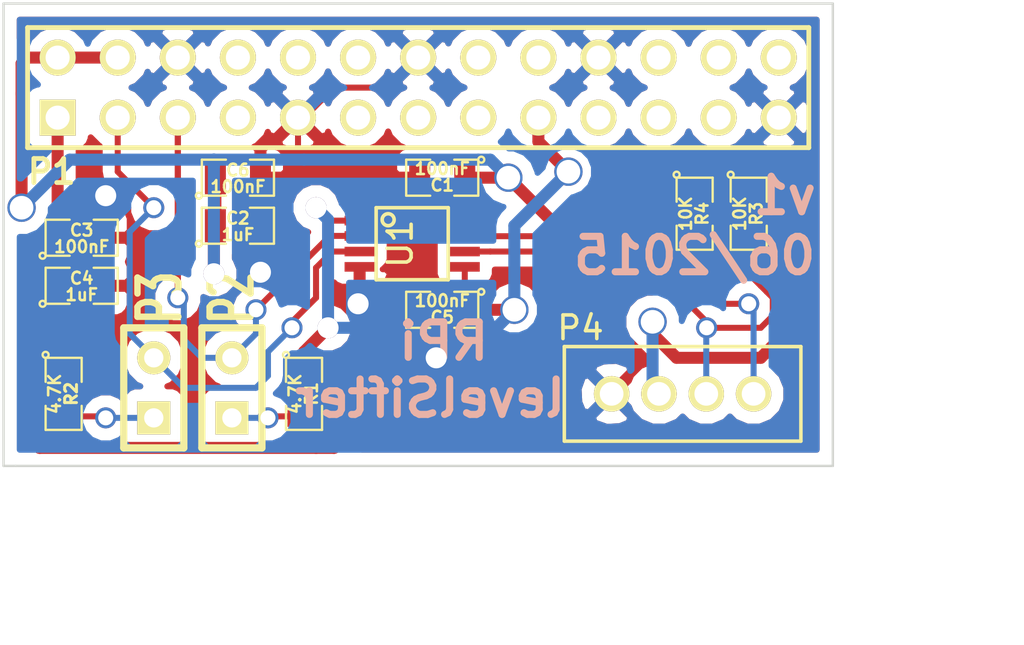
<source format=kicad_pcb>
(kicad_pcb (version 3) (host pcbnew "(25-Oct-2014 BZR 4029)-stable")

  (general
    (links 38)
    (no_connects 0)
    (area 196.666 127.965999 244.219999 157.132)
    (thickness 1.6)
    (drawings 10)
    (tracks 180)
    (zones 0)
    (modules 15)
    (nets 10)
  )

  (page A3)
  (layers
    (15 F.Cu signal)
    (0 B.Cu signal hide)
    (16 B.Adhes user)
    (17 F.Adhes user)
    (18 B.Paste user)
    (19 F.Paste user)
    (20 B.SilkS user)
    (21 F.SilkS user)
    (22 B.Mask user)
    (23 F.Mask user)
    (24 Dwgs.User user)
    (25 Cmts.User user)
    (26 Eco1.User user)
    (27 Eco2.User user)
    (28 Edge.Cuts user)
  )

  (setup
    (last_trace_width 0.254)
    (trace_clearance 0.254)
    (zone_clearance 0.508)
    (zone_45_only no)
    (trace_min 0.254)
    (segment_width 0.2)
    (edge_width 0.1)
    (via_size 0.889)
    (via_drill 0.635)
    (via_min_size 0.889)
    (via_min_drill 0.508)
    (uvia_size 0.508)
    (uvia_drill 0.127)
    (uvias_allowed no)
    (uvia_min_size 0.508)
    (uvia_min_drill 0.127)
    (pcb_text_width 0.3)
    (pcb_text_size 1.5 1.5)
    (mod_edge_width 0.15)
    (mod_text_size 1 1)
    (mod_text_width 0.15)
    (pad_size 1.5 1.5)
    (pad_drill 1)
    (pad_to_mask_clearance 0)
    (aux_axis_origin 0 0)
    (visible_elements FFFFFFBF)
    (pcbplotparams
      (layerselection 272400385)
      (usegerberextensions true)
      (excludeedgelayer true)
      (linewidth 0.150000)
      (plotframeref false)
      (viasonmask false)
      (mode 1)
      (useauxorigin false)
      (hpglpennumber 1)
      (hpglpenspeed 20)
      (hpglpendiameter 15)
      (hpglpenoverlay 2)
      (psnegative false)
      (psa4output false)
      (plotreference true)
      (plotvalue true)
      (plotothertext true)
      (plotinvisibletext false)
      (padsonsilk false)
      (subtractmaskfromsilk false)
      (outputformat 1)
      (mirror false)
      (drillshape 0)
      (scaleselection 1)
      (outputdirectory gerber/))
  )

  (net 0 "")
  (net 1 +3V3)
  (net 2 +5V)
  (net 3 /SCL)
  (net 4 /SCL_GROVE)
  (net 5 /SDA)
  (net 6 /SDA_GROVE)
  (net 7 GND)
  (net 8 N-000001)
  (net 9 N-000002)

  (net_class Default "Ceci est la Netclass par défaut"
    (clearance 0.254)
    (trace_width 0.254)
    (via_dia 0.889)
    (via_drill 0.635)
    (uvia_dia 0.508)
    (uvia_drill 0.127)
    (add_net "")
    (add_net /SCL)
    (add_net /SCL_GROVE)
    (add_net /SDA)
    (add_net /SDA_GROVE)
    (add_net N-000001)
    (add_net N-000002)
  )

  (net_class Power ""
    (clearance 0.254)
    (trace_width 0.508)
    (via_dia 1.2)
    (via_drill 1)
    (uvia_dia 0.508)
    (uvia_drill 0.127)
    (add_net +3V3)
    (add_net +5V)
    (add_net GND)
  )

  (module SSOP8 (layer F.Cu) (tedit 558729C4) (tstamp 558727C2)
    (at 214.376 138.176 270)
    (path /55871115)
    (attr smd)
    (fp_text reference U1 (at 0 0.508 270) (layer F.SilkS)
      (effects (font (size 1.016 1.016) (thickness 0.1524)))
    )
    (fp_text value TCA9517A (at 0 -0.762 270) (layer F.SilkS) hide
      (effects (font (size 0.762 0.508) (thickness 0.1524)))
    )
    (fp_circle (center -1.016 1.016) (end -1.016 0.762) (layer F.SilkS) (width 0.1524))
    (fp_line (start 1.524 1.524) (end -1.524 1.524) (layer F.SilkS) (width 0.1524))
    (fp_line (start -1.524 1.524) (end -1.524 -1.524) (layer F.SilkS) (width 0.1524))
    (fp_line (start -1.524 -1.524) (end 1.524 -1.524) (layer F.SilkS) (width 0.1524))
    (fp_line (start 1.524 -1.524) (end 1.524 1.524) (layer F.SilkS) (width 0.1524))
    (pad 1 smd rect (at -0.9779 2.2225 270) (size 0.4064 1.27)
      (layers F.Cu F.Paste F.Mask)
      (net 1 +3V3)
    )
    (pad 2 smd rect (at -0.3302 2.2225 270) (size 0.4064 1.27)
      (layers F.Cu F.Paste F.Mask)
      (net 3 /SCL)
    )
    (pad 3 smd rect (at 0.3302 2.2225 270) (size 0.4064 1.27)
      (layers F.Cu F.Paste F.Mask)
      (net 5 /SDA)
    )
    (pad 4 smd rect (at 0.9779 2.2225 270) (size 0.4064 1.27)
      (layers F.Cu F.Paste F.Mask)
      (net 7 GND)
    )
    (pad 5 smd rect (at 0.9779 -2.2225 270) (size 0.4064 1.27)
      (layers F.Cu F.Paste F.Mask)
      (net 1 +3V3)
    )
    (pad 6 smd rect (at 0.3302 -2.2225 270) (size 0.4064 1.27)
      (layers F.Cu F.Paste F.Mask)
      (net 6 /SDA_GROVE)
    )
    (pad 7 smd rect (at -0.3302 -2.2225 270) (size 0.4064 1.27)
      (layers F.Cu F.Paste F.Mask)
      (net 4 /SCL_GROVE)
    )
    (pad 8 smd rect (at -0.9779 -2.2225 270) (size 0.4064 1.27)
      (layers F.Cu F.Paste F.Mask)
      (net 2 +5V)
    )
    (model smd/cms_so8.wrl
      (at (xyz 0 0 0))
      (scale (xyz 0.25 0.25 0.25))
      (rotate (xyz 0 0 0))
    )
  )

  (module SM0805 (layer F.Cu) (tedit 5091495C) (tstamp 558727CF)
    (at 215.646 135.382 180)
    (path /55870ECC)
    (attr smd)
    (fp_text reference C1 (at 0 -0.3175 180) (layer F.SilkS)
      (effects (font (size 0.50038 0.50038) (thickness 0.10922)))
    )
    (fp_text value 100nF (at 0 0.381 180) (layer F.SilkS)
      (effects (font (size 0.50038 0.50038) (thickness 0.10922)))
    )
    (fp_circle (center -1.651 0.762) (end -1.651 0.635) (layer F.SilkS) (width 0.09906))
    (fp_line (start -0.508 0.762) (end -1.524 0.762) (layer F.SilkS) (width 0.09906))
    (fp_line (start -1.524 0.762) (end -1.524 -0.762) (layer F.SilkS) (width 0.09906))
    (fp_line (start -1.524 -0.762) (end -0.508 -0.762) (layer F.SilkS) (width 0.09906))
    (fp_line (start 0.508 -0.762) (end 1.524 -0.762) (layer F.SilkS) (width 0.09906))
    (fp_line (start 1.524 -0.762) (end 1.524 0.762) (layer F.SilkS) (width 0.09906))
    (fp_line (start 1.524 0.762) (end 0.508 0.762) (layer F.SilkS) (width 0.09906))
    (pad 1 smd rect (at -0.9525 0 180) (size 0.889 1.397)
      (layers F.Cu F.Paste F.Mask)
      (net 2 +5V)
    )
    (pad 2 smd rect (at 0.9525 0 180) (size 0.889 1.397)
      (layers F.Cu F.Paste F.Mask)
      (net 7 GND)
    )
    (model smd/chip_cms.wrl
      (at (xyz 0 0 0))
      (scale (xyz 0.1 0.1 0.1))
      (rotate (xyz 0 0 0))
    )
  )

  (module SM0805 (layer F.Cu) (tedit 5091495C) (tstamp 558727DC)
    (at 200.406 137.922)
    (path /55870ED9)
    (attr smd)
    (fp_text reference C3 (at 0 -0.3175) (layer F.SilkS)
      (effects (font (size 0.50038 0.50038) (thickness 0.10922)))
    )
    (fp_text value 100nF (at 0 0.381) (layer F.SilkS)
      (effects (font (size 0.50038 0.50038) (thickness 0.10922)))
    )
    (fp_circle (center -1.651 0.762) (end -1.651 0.635) (layer F.SilkS) (width 0.09906))
    (fp_line (start -0.508 0.762) (end -1.524 0.762) (layer F.SilkS) (width 0.09906))
    (fp_line (start -1.524 0.762) (end -1.524 -0.762) (layer F.SilkS) (width 0.09906))
    (fp_line (start -1.524 -0.762) (end -0.508 -0.762) (layer F.SilkS) (width 0.09906))
    (fp_line (start 0.508 -0.762) (end 1.524 -0.762) (layer F.SilkS) (width 0.09906))
    (fp_line (start 1.524 -0.762) (end 1.524 0.762) (layer F.SilkS) (width 0.09906))
    (fp_line (start 1.524 0.762) (end 0.508 0.762) (layer F.SilkS) (width 0.09906))
    (pad 1 smd rect (at -0.9525 0) (size 0.889 1.397)
      (layers F.Cu F.Paste F.Mask)
      (net 1 +3V3)
    )
    (pad 2 smd rect (at 0.9525 0) (size 0.889 1.397)
      (layers F.Cu F.Paste F.Mask)
      (net 7 GND)
    )
    (model smd/chip_cms.wrl
      (at (xyz 0 0 0))
      (scale (xyz 0.1 0.1 0.1))
      (rotate (xyz 0 0 0))
    )
  )

  (module SM0805 (layer F.Cu) (tedit 5091495C) (tstamp 558727E9)
    (at 207.01 137.414)
    (path /55870EDF)
    (attr smd)
    (fp_text reference C2 (at 0 -0.3175) (layer F.SilkS)
      (effects (font (size 0.50038 0.50038) (thickness 0.10922)))
    )
    (fp_text value 1uF (at 0 0.381) (layer F.SilkS)
      (effects (font (size 0.50038 0.50038) (thickness 0.10922)))
    )
    (fp_circle (center -1.651 0.762) (end -1.651 0.635) (layer F.SilkS) (width 0.09906))
    (fp_line (start -0.508 0.762) (end -1.524 0.762) (layer F.SilkS) (width 0.09906))
    (fp_line (start -1.524 0.762) (end -1.524 -0.762) (layer F.SilkS) (width 0.09906))
    (fp_line (start -1.524 -0.762) (end -0.508 -0.762) (layer F.SilkS) (width 0.09906))
    (fp_line (start 0.508 -0.762) (end 1.524 -0.762) (layer F.SilkS) (width 0.09906))
    (fp_line (start 1.524 -0.762) (end 1.524 0.762) (layer F.SilkS) (width 0.09906))
    (fp_line (start 1.524 0.762) (end 0.508 0.762) (layer F.SilkS) (width 0.09906))
    (pad 1 smd rect (at -0.9525 0) (size 0.889 1.397)
      (layers F.Cu F.Paste F.Mask)
      (net 2 +5V)
    )
    (pad 2 smd rect (at 0.9525 0) (size 0.889 1.397)
      (layers F.Cu F.Paste F.Mask)
      (net 7 GND)
    )
    (model smd/chip_cms.wrl
      (at (xyz 0 0 0))
      (scale (xyz 0.1 0.1 0.1))
      (rotate (xyz 0 0 0))
    )
  )

  (module SM0805 (layer F.Cu) (tedit 5091495C) (tstamp 558727F6)
    (at 200.406 139.954)
    (path /55870EE5)
    (attr smd)
    (fp_text reference C4 (at 0 -0.3175) (layer F.SilkS)
      (effects (font (size 0.50038 0.50038) (thickness 0.10922)))
    )
    (fp_text value 1uF (at 0 0.381) (layer F.SilkS)
      (effects (font (size 0.50038 0.50038) (thickness 0.10922)))
    )
    (fp_circle (center -1.651 0.762) (end -1.651 0.635) (layer F.SilkS) (width 0.09906))
    (fp_line (start -0.508 0.762) (end -1.524 0.762) (layer F.SilkS) (width 0.09906))
    (fp_line (start -1.524 0.762) (end -1.524 -0.762) (layer F.SilkS) (width 0.09906))
    (fp_line (start -1.524 -0.762) (end -0.508 -0.762) (layer F.SilkS) (width 0.09906))
    (fp_line (start 0.508 -0.762) (end 1.524 -0.762) (layer F.SilkS) (width 0.09906))
    (fp_line (start 1.524 -0.762) (end 1.524 0.762) (layer F.SilkS) (width 0.09906))
    (fp_line (start 1.524 0.762) (end 0.508 0.762) (layer F.SilkS) (width 0.09906))
    (pad 1 smd rect (at -0.9525 0) (size 0.889 1.397)
      (layers F.Cu F.Paste F.Mask)
      (net 1 +3V3)
    )
    (pad 2 smd rect (at 0.9525 0) (size 0.889 1.397)
      (layers F.Cu F.Paste F.Mask)
      (net 7 GND)
    )
    (model smd/chip_cms.wrl
      (at (xyz 0 0 0))
      (scale (xyz 0.1 0.1 0.1))
      (rotate (xyz 0 0 0))
    )
  )

  (module SM0805 (layer F.Cu) (tedit 5091495C) (tstamp 55872803)
    (at 215.646 140.97 180)
    (path /55872058)
    (attr smd)
    (fp_text reference C5 (at 0 -0.3175 180) (layer F.SilkS)
      (effects (font (size 0.50038 0.50038) (thickness 0.10922)))
    )
    (fp_text value 100nF (at 0 0.381 180) (layer F.SilkS)
      (effects (font (size 0.50038 0.50038) (thickness 0.10922)))
    )
    (fp_circle (center -1.651 0.762) (end -1.651 0.635) (layer F.SilkS) (width 0.09906))
    (fp_line (start -0.508 0.762) (end -1.524 0.762) (layer F.SilkS) (width 0.09906))
    (fp_line (start -1.524 0.762) (end -1.524 -0.762) (layer F.SilkS) (width 0.09906))
    (fp_line (start -1.524 -0.762) (end -0.508 -0.762) (layer F.SilkS) (width 0.09906))
    (fp_line (start 0.508 -0.762) (end 1.524 -0.762) (layer F.SilkS) (width 0.09906))
    (fp_line (start 1.524 -0.762) (end 1.524 0.762) (layer F.SilkS) (width 0.09906))
    (fp_line (start 1.524 0.762) (end 0.508 0.762) (layer F.SilkS) (width 0.09906))
    (pad 1 smd rect (at -0.9525 0 180) (size 0.889 1.397)
      (layers F.Cu F.Paste F.Mask)
      (net 1 +3V3)
    )
    (pad 2 smd rect (at 0.9525 0 180) (size 0.889 1.397)
      (layers F.Cu F.Paste F.Mask)
      (net 7 GND)
    )
    (model smd/chip_cms.wrl
      (at (xyz 0 0 0))
      (scale (xyz 0.1 0.1 0.1))
      (rotate (xyz 0 0 0))
    )
  )

  (module SM0805 (layer F.Cu) (tedit 5091495C) (tstamp 55872810)
    (at 207.01 135.382)
    (path /55872065)
    (attr smd)
    (fp_text reference C6 (at 0 -0.3175) (layer F.SilkS)
      (effects (font (size 0.50038 0.50038) (thickness 0.10922)))
    )
    (fp_text value 100nF (at 0 0.381) (layer F.SilkS)
      (effects (font (size 0.50038 0.50038) (thickness 0.10922)))
    )
    (fp_circle (center -1.651 0.762) (end -1.651 0.635) (layer F.SilkS) (width 0.09906))
    (fp_line (start -0.508 0.762) (end -1.524 0.762) (layer F.SilkS) (width 0.09906))
    (fp_line (start -1.524 0.762) (end -1.524 -0.762) (layer F.SilkS) (width 0.09906))
    (fp_line (start -1.524 -0.762) (end -0.508 -0.762) (layer F.SilkS) (width 0.09906))
    (fp_line (start 0.508 -0.762) (end 1.524 -0.762) (layer F.SilkS) (width 0.09906))
    (fp_line (start 1.524 -0.762) (end 1.524 0.762) (layer F.SilkS) (width 0.09906))
    (fp_line (start 1.524 0.762) (end 0.508 0.762) (layer F.SilkS) (width 0.09906))
    (pad 1 smd rect (at -0.9525 0) (size 0.889 1.397)
      (layers F.Cu F.Paste F.Mask)
      (net 2 +5V)
    )
    (pad 2 smd rect (at 0.9525 0) (size 0.889 1.397)
      (layers F.Cu F.Paste F.Mask)
      (net 7 GND)
    )
    (model smd/chip_cms.wrl
      (at (xyz 0 0 0))
      (scale (xyz 0.1 0.1 0.1))
      (rotate (xyz 0 0 0))
    )
  )

  (module SM0805 (layer F.Cu) (tedit 5091495C) (tstamp 5587281D)
    (at 209.804 144.526 270)
    (path /55872297)
    (attr smd)
    (fp_text reference R1 (at 0 -0.3175 270) (layer F.SilkS)
      (effects (font (size 0.50038 0.50038) (thickness 0.10922)))
    )
    (fp_text value 4.7K (at 0 0.381 270) (layer F.SilkS)
      (effects (font (size 0.50038 0.50038) (thickness 0.10922)))
    )
    (fp_circle (center -1.651 0.762) (end -1.651 0.635) (layer F.SilkS) (width 0.09906))
    (fp_line (start -0.508 0.762) (end -1.524 0.762) (layer F.SilkS) (width 0.09906))
    (fp_line (start -1.524 0.762) (end -1.524 -0.762) (layer F.SilkS) (width 0.09906))
    (fp_line (start -1.524 -0.762) (end -0.508 -0.762) (layer F.SilkS) (width 0.09906))
    (fp_line (start 0.508 -0.762) (end 1.524 -0.762) (layer F.SilkS) (width 0.09906))
    (fp_line (start 1.524 -0.762) (end 1.524 0.762) (layer F.SilkS) (width 0.09906))
    (fp_line (start 1.524 0.762) (end 0.508 0.762) (layer F.SilkS) (width 0.09906))
    (pad 1 smd rect (at -0.9525 0 270) (size 0.889 1.397)
      (layers F.Cu F.Paste F.Mask)
      (net 1 +3V3)
    )
    (pad 2 smd rect (at 0.9525 0 270) (size 0.889 1.397)
      (layers F.Cu F.Paste F.Mask)
      (net 8 N-000001)
    )
    (model smd/chip_cms.wrl
      (at (xyz 0 0 0))
      (scale (xyz 0.1 0.1 0.1))
      (rotate (xyz 0 0 0))
    )
  )

  (module SM0805 (layer F.Cu) (tedit 558854D4) (tstamp 5587282A)
    (at 199.644 144.526 270)
    (path /558722A6)
    (attr smd)
    (fp_text reference R2 (at 0 -0.3175 270) (layer F.SilkS)
      (effects (font (size 0.50038 0.50038) (thickness 0.125095)))
    )
    (fp_text value 4.7K (at 0 0.381 270) (layer F.SilkS)
      (effects (font (size 0.50038 0.50038) (thickness 0.10922)))
    )
    (fp_circle (center -1.651 0.762) (end -1.651 0.635) (layer F.SilkS) (width 0.09906))
    (fp_line (start -0.508 0.762) (end -1.524 0.762) (layer F.SilkS) (width 0.09906))
    (fp_line (start -1.524 0.762) (end -1.524 -0.762) (layer F.SilkS) (width 0.09906))
    (fp_line (start -1.524 -0.762) (end -0.508 -0.762) (layer F.SilkS) (width 0.09906))
    (fp_line (start 0.508 -0.762) (end 1.524 -0.762) (layer F.SilkS) (width 0.09906))
    (fp_line (start 1.524 -0.762) (end 1.524 0.762) (layer F.SilkS) (width 0.09906))
    (fp_line (start 1.524 0.762) (end 0.508 0.762) (layer F.SilkS) (width 0.09906))
    (pad 1 smd rect (at -0.9525 0 270) (size 0.889 1.397)
      (layers F.Cu F.Paste F.Mask)
      (net 1 +3V3)
    )
    (pad 2 smd rect (at 0.9525 0 270) (size 0.889 1.397)
      (layers F.Cu F.Paste F.Mask)
      (net 9 N-000002)
    )
    (model smd/chip_cms.wrl
      (at (xyz 0 0 0))
      (scale (xyz 0.1 0.1 0.1))
      (rotate (xyz 0 0 0))
    )
  )

  (module SIL-2 (layer F.Cu) (tedit 558853A4) (tstamp 55872866)
    (at 206.756 144.272 90)
    (descr "Connecteurs 2 pins")
    (tags "CONN DEV")
    (path /55872324)
    (fp_text reference P2 (at 3.81 0 90) (layer F.SilkS)
      (effects (font (size 1.72974 1.08712) (thickness 0.3048)))
    )
    (fp_text value CONN_2 (at 0 -2.54 90) (layer F.SilkS) hide
      (effects (font (size 1.524 1.016) (thickness 0.3048)))
    )
    (fp_line (start -2.54 1.27) (end -2.54 -1.27) (layer F.SilkS) (width 0.3048))
    (fp_line (start -2.54 -1.27) (end 2.54 -1.27) (layer F.SilkS) (width 0.3048))
    (fp_line (start 2.54 -1.27) (end 2.54 1.27) (layer F.SilkS) (width 0.3048))
    (fp_line (start 2.54 1.27) (end -2.54 1.27) (layer F.SilkS) (width 0.3048))
    (pad 1 thru_hole rect (at -1.27 0 90) (size 1.397 1.397) (drill 0.8128)
      (layers *.Cu *.Mask F.SilkS)
      (net 8 N-000001)
    )
    (pad 2 thru_hole circle (at 1.27 0 90) (size 1.397 1.397) (drill 0.8128)
      (layers *.Cu *.Mask F.SilkS)
      (net 3 /SCL)
    )
  )

  (module SIL-2 (layer F.Cu) (tedit 558853A0) (tstamp 5588543B)
    (at 203.454 144.272 90)
    (descr "Connecteurs 2 pins")
    (tags "CONN DEV")
    (path /55872331)
    (fp_text reference P3 (at 3.81 0.254 90) (layer F.SilkS)
      (effects (font (size 1.72974 1.08712) (thickness 0.3048)))
    )
    (fp_text value CONN_2 (at 0 -2.54 90) (layer F.SilkS) hide
      (effects (font (size 1.524 1.016) (thickness 0.3048)))
    )
    (fp_line (start -2.54 1.27) (end -2.54 -1.27) (layer F.SilkS) (width 0.3048))
    (fp_line (start -2.54 -1.27) (end 2.54 -1.27) (layer F.SilkS) (width 0.3048))
    (fp_line (start 2.54 -1.27) (end 2.54 1.27) (layer F.SilkS) (width 0.3048))
    (fp_line (start 2.54 1.27) (end -2.54 1.27) (layer F.SilkS) (width 0.3048))
    (pad 1 thru_hole rect (at -1.27 0 90) (size 1.397 1.397) (drill 0.8128)
      (layers *.Cu *.Mask F.SilkS)
      (net 9 N-000002)
    )
    (pad 2 thru_hole circle (at 1.27 0 90) (size 1.397 1.397) (drill 0.8128)
      (layers *.Cu *.Mask F.SilkS)
      (net 5 /SDA)
    )
  )

  (module pin_array_13x2 (layer F.Cu) (tedit 55901D95) (tstamp 558728B7)
    (at 214.63 131.572)
    (descr "2 x 13 pins connector")
    (tags CONN)
    (path /55870B74)
    (fp_text reference P1 (at -15.494 3.556) (layer F.SilkS)
      (effects (font (size 1.016 1.016) (thickness 0.2032)))
    )
    (fp_text value CONN_13X2 (at 12.192 3.556) (layer F.SilkS) hide
      (effects (font (size 1.016 1.016) (thickness 0.2032)))
    )
    (fp_line (start -16.51 2.54) (end 16.51 2.54) (layer F.SilkS) (width 0.2032))
    (fp_line (start 16.51 -2.54) (end -16.51 -2.54) (layer F.SilkS) (width 0.2032))
    (fp_line (start -16.51 -2.54) (end -16.51 2.54) (layer F.SilkS) (width 0.2032))
    (fp_line (start 16.51 2.54) (end 16.51 -2.54) (layer F.SilkS) (width 0.2032))
    (pad 1 thru_hole rect (at -15.24 1.27) (size 1.524 1.524) (drill 1.016)
      (layers *.Cu *.Mask F.SilkS)
      (net 1 +3V3)
    )
    (pad 2 thru_hole circle (at -15.24 -1.27) (size 1.524 1.524) (drill 1.016)
      (layers *.Cu *.Mask F.SilkS)
      (net 2 +5V)
    )
    (pad 3 thru_hole circle (at -12.7 1.27) (size 1.524 1.524) (drill 1.016)
      (layers *.Cu *.Mask F.SilkS)
      (net 5 /SDA)
    )
    (pad 4 thru_hole circle (at -12.7 -1.27) (size 1.524 1.524) (drill 1.016)
      (layers *.Cu *.Mask F.SilkS)
      (net 2 +5V)
    )
    (pad 5 thru_hole circle (at -10.16 1.27) (size 1.524 1.524) (drill 1.016)
      (layers *.Cu *.Mask F.SilkS)
      (net 3 /SCL)
    )
    (pad 6 thru_hole circle (at -10.16 -1.27) (size 1.524 1.524) (drill 1.016)
      (layers *.Cu *.Mask F.SilkS)
      (net 7 GND)
    )
    (pad 7 thru_hole circle (at -7.62 1.27) (size 1.524 1.524) (drill 1.016)
      (layers *.Cu *.Mask F.SilkS)
    )
    (pad 8 thru_hole circle (at -7.62 -1.27) (size 1.524 1.524) (drill 1.016)
      (layers *.Cu *.Mask F.SilkS)
    )
    (pad 9 thru_hole circle (at -5.08 1.27) (size 1.524 1.524) (drill 1.016)
      (layers *.Cu *.Mask F.SilkS)
      (net 7 GND)
    )
    (pad 10 thru_hole circle (at -5.08 -1.27) (size 1.524 1.524) (drill 1.016)
      (layers *.Cu *.Mask F.SilkS)
    )
    (pad 11 thru_hole circle (at -2.54 1.27) (size 1.524 1.524) (drill 1.016)
      (layers *.Cu *.Mask F.SilkS)
    )
    (pad 12 thru_hole circle (at -2.54 -1.27) (size 1.524 1.524) (drill 1.016)
      (layers *.Cu *.Mask F.SilkS)
    )
    (pad 13 thru_hole circle (at 0 1.27) (size 1.524 1.524) (drill 1.016)
      (layers *.Cu *.Mask F.SilkS)
    )
    (pad 14 thru_hole circle (at 0 -1.27) (size 1.524 1.524) (drill 1.016)
      (layers *.Cu *.Mask F.SilkS)
      (net 7 GND)
    )
    (pad 15 thru_hole circle (at 2.54 1.27) (size 1.524 1.524) (drill 1.016)
      (layers *.Cu *.Mask F.SilkS)
    )
    (pad 16 thru_hole circle (at 2.54 -1.27) (size 1.524 1.524) (drill 1.016)
      (layers *.Cu *.Mask F.SilkS)
    )
    (pad 17 thru_hole circle (at 5.08 1.27) (size 1.524 1.524) (drill 1.016)
      (layers *.Cu *.Mask F.SilkS)
      (net 1 +3V3)
    )
    (pad 18 thru_hole circle (at 5.08 -1.27) (size 1.524 1.524) (drill 1.016)
      (layers *.Cu *.Mask F.SilkS)
    )
    (pad 19 thru_hole circle (at 7.62 1.27) (size 1.524 1.524) (drill 1.016)
      (layers *.Cu *.Mask F.SilkS)
    )
    (pad 20 thru_hole circle (at 7.62 -1.27) (size 1.524 1.524) (drill 1.016)
      (layers *.Cu *.Mask F.SilkS)
      (net 7 GND)
    )
    (pad 21 thru_hole circle (at 10.16 1.27) (size 1.524 1.524) (drill 1.016)
      (layers *.Cu *.Mask F.SilkS)
    )
    (pad 22 thru_hole circle (at 10.16 -1.27) (size 1.524 1.524) (drill 1.016)
      (layers *.Cu *.Mask F.SilkS)
    )
    (pad 23 thru_hole circle (at 12.7 1.27) (size 1.524 1.524) (drill 1.016)
      (layers *.Cu *.Mask F.SilkS)
    )
    (pad 24 thru_hole circle (at 12.7 -1.27) (size 1.524 1.524) (drill 1.016)
      (layers *.Cu *.Mask F.SilkS)
    )
    (pad 25 thru_hole circle (at 15.24 1.27) (size 1.524 1.524) (drill 1.016)
      (layers *.Cu *.Mask F.SilkS)
      (net 7 GND)
    )
    (pad 26 thru_hole circle (at 15.24 -1.27) (size 1.524 1.524) (drill 1.016)
      (layers *.Cu *.Mask F.SilkS)
    )
    (model pin_array/pins_array_13x2.wrl
      (at (xyz 0 0 0))
      (scale (xyz 1 1 1))
      (rotate (xyz 0 0 0))
    )
  )

  (module GROVE (layer F.Cu) (tedit 55901D8D) (tstamp 558734FC)
    (at 225.806 144.526 180)
    (path /55871169)
    (fp_text reference P4 (at 4.318 2.794 180) (layer F.SilkS)
      (effects (font (size 1 1) (thickness 0.15)))
    )
    (fp_text value CONN_4_GROVE (at 0.508 -1.778 180) (layer F.SilkS) hide
      (effects (font (size 1 1) (thickness 0.15)))
    )
    (fp_line (start -5 -2) (end 5 -2) (layer F.SilkS) (width 0.15))
    (fp_line (start 5 -2) (end 5 2) (layer F.SilkS) (width 0.15))
    (fp_line (start 5 2) (end -5 2) (layer F.SilkS) (width 0.15))
    (fp_line (start -5 2) (end -5 -2) (layer F.SilkS) (width 0.15))
    (pad 2 thru_hole circle (at -1 0 180) (size 1.5 1.5) (drill 1)
      (layers *.Cu *.Mask F.SilkS)
      (net 6 /SDA_GROVE)
    )
    (pad 3 thru_hole circle (at 1 0 180) (size 1.5 1.5) (drill 1)
      (layers *.Cu *.Mask F.SilkS)
      (net 2 +5V)
    )
    (pad 4 thru_hole circle (at 3 0 180) (size 1.5 1.5) (drill 1)
      (layers *.Cu *.Mask F.SilkS)
      (net 7 GND)
    )
    (pad 1 thru_hole circle (at -3 0 180) (size 1.5 1.5) (drill 1)
      (layers *.Cu *.Mask F.SilkS)
      (net 4 /SCL_GROVE)
    )
  )

  (module SM0805 (layer F.Cu) (tedit 5091495C) (tstamp 55900560)
    (at 228.6 136.906 270)
    (path /559004C0)
    (attr smd)
    (fp_text reference R3 (at 0 -0.3175 270) (layer F.SilkS)
      (effects (font (size 0.50038 0.50038) (thickness 0.10922)))
    )
    (fp_text value 10K (at 0 0.381 270) (layer F.SilkS)
      (effects (font (size 0.50038 0.50038) (thickness 0.10922)))
    )
    (fp_circle (center -1.651 0.762) (end -1.651 0.635) (layer F.SilkS) (width 0.09906))
    (fp_line (start -0.508 0.762) (end -1.524 0.762) (layer F.SilkS) (width 0.09906))
    (fp_line (start -1.524 0.762) (end -1.524 -0.762) (layer F.SilkS) (width 0.09906))
    (fp_line (start -1.524 -0.762) (end -0.508 -0.762) (layer F.SilkS) (width 0.09906))
    (fp_line (start 0.508 -0.762) (end 1.524 -0.762) (layer F.SilkS) (width 0.09906))
    (fp_line (start 1.524 -0.762) (end 1.524 0.762) (layer F.SilkS) (width 0.09906))
    (fp_line (start 1.524 0.762) (end 0.508 0.762) (layer F.SilkS) (width 0.09906))
    (pad 1 smd rect (at -0.9525 0 270) (size 0.889 1.397)
      (layers F.Cu F.Paste F.Mask)
      (net 2 +5V)
    )
    (pad 2 smd rect (at 0.9525 0 270) (size 0.889 1.397)
      (layers F.Cu F.Paste F.Mask)
      (net 6 /SDA_GROVE)
    )
    (model smd/chip_cms.wrl
      (at (xyz 0 0 0))
      (scale (xyz 0.1 0.1 0.1))
      (rotate (xyz 0 0 0))
    )
  )

  (module SM0805 (layer F.Cu) (tedit 5091495C) (tstamp 5590056D)
    (at 226.314 136.906 270)
    (path /559004CD)
    (attr smd)
    (fp_text reference R4 (at 0 -0.3175 270) (layer F.SilkS)
      (effects (font (size 0.50038 0.50038) (thickness 0.10922)))
    )
    (fp_text value 10K (at 0 0.381 270) (layer F.SilkS)
      (effects (font (size 0.50038 0.50038) (thickness 0.10922)))
    )
    (fp_circle (center -1.651 0.762) (end -1.651 0.635) (layer F.SilkS) (width 0.09906))
    (fp_line (start -0.508 0.762) (end -1.524 0.762) (layer F.SilkS) (width 0.09906))
    (fp_line (start -1.524 0.762) (end -1.524 -0.762) (layer F.SilkS) (width 0.09906))
    (fp_line (start -1.524 -0.762) (end -0.508 -0.762) (layer F.SilkS) (width 0.09906))
    (fp_line (start 0.508 -0.762) (end 1.524 -0.762) (layer F.SilkS) (width 0.09906))
    (fp_line (start 1.524 -0.762) (end 1.524 0.762) (layer F.SilkS) (width 0.09906))
    (fp_line (start 1.524 0.762) (end 0.508 0.762) (layer F.SilkS) (width 0.09906))
    (pad 1 smd rect (at -0.9525 0 270) (size 0.889 1.397)
      (layers F.Cu F.Paste F.Mask)
      (net 2 +5V)
    )
    (pad 2 smd rect (at 0.9525 0 270) (size 0.889 1.397)
      (layers F.Cu F.Paste F.Mask)
      (net 4 /SCL_GROVE)
    )
    (model smd/chip_cms.wrl
      (at (xyz 0 0 0))
      (scale (xyz 0.1 0.1 0.1))
      (rotate (xyz 0 0 0))
    )
  )

  (gr_text "RPi \nlevelSifter\n" (at 215.138 143.51) (layer B.SilkS)
    (effects (font (size 1.5 1.5) (thickness 0.3)) (justify mirror))
  )
  (gr_text "v1\n" (at 230.124 136.144) (layer B.SilkS)
    (effects (font (size 1.5 1.5) (thickness 0.3)) (justify mirror))
  )
  (gr_text "06/2015\n" (at 226.314 138.684) (layer B.SilkS)
    (effects (font (size 1.5 1.5) (thickness 0.3)) (justify mirror))
  )
  (dimension 19.558 (width 0.3) (layer Dwgs.User)
    (gr_text "19.558 mm" (at 237.569999 137.795 270) (layer Dwgs.User)
      (effects (font (size 1.5 1.5) (thickness 0.3)))
    )
    (feature1 (pts (xy 232.156 147.574) (xy 238.919999 147.574)))
    (feature2 (pts (xy 232.156 128.016) (xy 238.919999 128.016)))
    (crossbar (pts (xy 236.219999 128.016) (xy 236.219999 147.574)))
    (arrow1a (pts (xy 236.219999 147.574) (xy 235.633579 146.447497)))
    (arrow1b (pts (xy 236.219999 147.574) (xy 236.806419 146.447497)))
    (arrow2a (pts (xy 236.219999 128.016) (xy 235.633579 129.142503)))
    (arrow2b (pts (xy 236.219999 128.016) (xy 236.806419 129.142503)))
  )
  (dimension 35.052 (width 0.3) (layer Dwgs.User)
    (gr_text "35.052 mm" (at 214.63 155.781999) (layer Dwgs.User)
      (effects (font (size 1.5 1.5) (thickness 0.3)))
    )
    (feature1 (pts (xy 232.156 147.574) (xy 232.156 157.131999)))
    (feature2 (pts (xy 197.104 147.574) (xy 197.104 157.131999)))
    (crossbar (pts (xy 197.104 154.431999) (xy 232.156 154.431999)))
    (arrow1a (pts (xy 232.156 154.431999) (xy 231.029497 155.018419)))
    (arrow1b (pts (xy 232.156 154.431999) (xy 231.029497 153.845579)))
    (arrow2a (pts (xy 197.104 154.431999) (xy 198.230503 155.018419)))
    (arrow2b (pts (xy 197.104 154.431999) (xy 198.230503 153.845579)))
  )
  (gr_line (start 197.104 147.574) (end 197.104 128.016) (angle 90) (layer Edge.Cuts) (width 0.1))
  (gr_line (start 197.612 147.574) (end 197.104 147.574) (angle 90) (layer Edge.Cuts) (width 0.1))
  (gr_line (start 232.156 147.574) (end 197.612 147.574) (angle 90) (layer Edge.Cuts) (width 0.1))
  (gr_line (start 232.156 128.016) (end 232.156 147.574) (angle 90) (layer Edge.Cuts) (width 0.1))
  (gr_line (start 197.104 128.016) (end 232.156 128.016) (angle 90) (layer Edge.Cuts) (width 0.1))

  (via (at 220.98 135.128) (size 1.2) (layers F.Cu B.Cu) (net 1))
  (segment (start 218.694 140.97) (end 218.694 137.414) (width 0.508) (layer B.Cu) (net 1) (tstamp 5590200B))
  (segment (start 218.694 137.414) (end 220.98 135.128) (width 0.508) (layer B.Cu) (net 1) (tstamp 5590200A))
  (segment (start 210.82 141.732) (end 217.932 141.732) (width 0.508) (layer B.Cu) (net 1))
  (segment (start 218.694 140.97) (end 216.5985 140.97) (width 0.508) (layer F.Cu) (net 1) (tstamp 55901F88) (status 800000))
  (via (at 218.694 140.97) (size 1.2) (layers F.Cu B.Cu) (net 1))
  (segment (start 217.932 141.732) (end 218.694 140.97) (width 0.508) (layer B.Cu) (net 1) (tstamp 55901F80))
  (segment (start 216.5985 139.1539) (end 216.5985 140.97) (width 0.254) (layer F.Cu) (net 1))
  (segment (start 210.566 143.5735) (end 210.6295 143.5735) (width 0.508) (layer F.Cu) (net 1))
  (segment (start 210.6295 143.5735) (end 211.582 144.526) (width 0.508) (layer F.Cu) (net 1) (tstamp 558A9FA7))
  (segment (start 199.644 143.5735) (end 198.5645 143.5735) (width 0.508) (layer F.Cu) (net 1))
  (segment (start 198.5645 143.5735) (end 198.12 144.018) (width 0.508) (layer F.Cu) (net 1) (tstamp 558A9F8E))
  (segment (start 198.12 144.018) (end 198.12 146.304) (width 0.508) (layer F.Cu) (net 1) (tstamp 558A9F90))
  (segment (start 198.12 146.304) (end 198.628 146.812) (width 0.508) (layer F.Cu) (net 1) (tstamp 558A9F91))
  (segment (start 198.628 146.812) (end 210.312 146.812) (width 0.508) (layer F.Cu) (net 1) (tstamp 558A9F92))
  (segment (start 210.312 146.812) (end 211.074 146.812) (width 0.508) (layer F.Cu) (net 1) (tstamp 558A9F93))
  (segment (start 211.074 146.812) (end 211.582 146.304) (width 0.508) (layer F.Cu) (net 1) (tstamp 558A9F96))
  (segment (start 211.582 146.304) (end 211.582 144.526) (width 0.508) (layer F.Cu) (net 1) (tstamp 558A9F9A))
  (segment (start 210.566 143.5735) (end 209.804 143.5735) (width 0.508) (layer F.Cu) (net 1) (tstamp 558A9FA5))
  (segment (start 199.39 132.842) (end 199.39 137.8585) (width 0.508) (layer F.Cu) (net 1))
  (segment (start 199.39 137.8585) (end 199.4535 137.922) (width 0.508) (layer F.Cu) (net 1) (tstamp 558A9F5B))
  (segment (start 219.71 132.842) (end 219.71 133.858) (width 0.508) (layer F.Cu) (net 1))
  (segment (start 219.71 133.858) (end 220.98 135.128) (width 0.508) (layer F.Cu) (net 1) (tstamp 558A9F46))
  (segment (start 210.82 141.732) (end 210.82 138.684) (width 0.508) (layer B.Cu) (net 1))
  (via (at 210.82 141.732) (size 0.889) (layers F.Cu B.Cu) (net 1))
  (segment (start 209.804 142.748) (end 210.82 141.732) (width 0.508) (layer F.Cu) (net 1) (tstamp 558A9F1F))
  (segment (start 209.804 143.5735) (end 209.804 142.748) (width 0.508) (layer F.Cu) (net 1))
  (segment (start 210.82 138.684) (end 210.82 137.16) (width 0.508) (layer B.Cu) (net 1) (tstamp 558A9F37))
  (segment (start 210.82 137.16) (end 210.312 136.652) (width 0.508) (layer B.Cu) (net 1) (tstamp 558A9F26))
  (segment (start 199.4535 139.954) (end 199.4535 137.922) (width 0.508) (layer F.Cu) (net 1))
  (segment (start 199.644 143.5735) (end 199.644 141.986) (width 0.508) (layer F.Cu) (net 1))
  (segment (start 199.4535 141.7955) (end 199.4535 139.954) (width 0.508) (layer F.Cu) (net 1) (tstamp 558A9F0D))
  (segment (start 199.644 141.986) (end 199.4535 141.7955) (width 0.508) (layer F.Cu) (net 1) (tstamp 558A9F0B))
  (segment (start 220.98 135.128) (end 219.71 133.858) (width 0.254) (layer F.Cu) (net 1) (tstamp 55873896))
  (segment (start 212.1535 137.1981) (end 210.8581 137.1981) (width 0.254) (layer F.Cu) (net 1))
  (via (at 210.312 136.652) (size 0.889) (layers F.Cu B.Cu) (net 1))
  (segment (start 210.8581 137.1981) (end 210.312 136.652) (width 0.254) (layer F.Cu) (net 1) (tstamp 55872C6A))
  (segment (start 199.39 137.8585) (end 199.4535 137.922) (width 0.254) (layer F.Cu) (net 1) (tstamp 55872BC3))
  (segment (start 228.854 143.002) (end 229.108 143.002) (width 0.508) (layer F.Cu) (net 2))
  (segment (start 230.378 136.398) (end 230.124 136.144) (width 0.508) (layer F.Cu) (net 2) (tstamp 55902079))
  (segment (start 230.378 141.732) (end 230.378 136.398) (width 0.508) (layer F.Cu) (net 2) (tstamp 55902078))
  (segment (start 229.108 143.002) (end 230.378 141.732) (width 0.508) (layer F.Cu) (net 2) (tstamp 55902077))
  (segment (start 218.44 135.382) (end 220.218 137.16) (width 0.508) (layer F.Cu) (net 2))
  (segment (start 224.028 137.16) (end 225.2345 135.9535) (width 0.508) (layer F.Cu) (net 2) (tstamp 55902021))
  (segment (start 220.218 137.16) (end 224.028 137.16) (width 0.508) (layer F.Cu) (net 2) (tstamp 55902020))
  (segment (start 226.314 135.9535) (end 228.6 135.9535) (width 0.508) (layer F.Cu) (net 2) (status C00000))
  (segment (start 224.536 141.478) (end 224.536 144.256) (width 0.508) (layer B.Cu) (net 2) (status 800000))
  (segment (start 224.536 144.256) (end 224.806 144.526) (width 0.508) (layer B.Cu) (net 2) (tstamp 55901D15) (status C00000))
  (segment (start 224.536 144.256) (end 224.806 144.526) (width 0.508) (layer B.Cu) (net 2) (tstamp 55901CF4) (status C00000))
  (via (at 224.536 141.478) (size 1.2) (layers F.Cu B.Cu) (net 2))
  (segment (start 224.536 141.986) (end 224.536 141.478) (width 0.508) (layer F.Cu) (net 2) (tstamp 55901CE7))
  (segment (start 225.552 143.002) (end 224.536 141.986) (width 0.508) (layer F.Cu) (net 2) (tstamp 55901CE5))
  (segment (start 228.854 143.002) (end 225.552 143.002) (width 0.508) (layer F.Cu) (net 2) (tstamp 55902075))
  (segment (start 228.6 135.9535) (end 229.9335 135.9535) (width 0.508) (layer F.Cu) (net 2) (status 400000))
  (segment (start 229.9335 135.9535) (end 230.124 136.144) (width 0.508) (layer F.Cu) (net 2) (tstamp 55901CCC))
  (segment (start 225.2345 135.9535) (end 228.6 135.9535) (width 0.508) (layer F.Cu) (net 2) (tstamp 55902026) (status 800000))
  (segment (start 218.44 135.382) (end 216.5985 135.382) (width 0.508) (layer F.Cu) (net 2))
  (segment (start 217.17 134.62) (end 217.678 134.62) (width 0.508) (layer B.Cu) (net 2))
  (via (at 218.44 135.382) (size 1.2) (layers F.Cu B.Cu) (net 2))
  (segment (start 217.678 134.62) (end 218.44 135.382) (width 0.508) (layer B.Cu) (net 2) (tstamp 559006CF))
  (segment (start 197.866 131.826) (end 197.866 136.652) (width 0.508) (layer F.Cu) (net 2))
  (segment (start 199.898 134.62) (end 200.152 134.62) (width 0.508) (layer B.Cu) (net 2) (tstamp 55900683))
  (segment (start 197.866 136.652) (end 199.898 134.62) (width 0.508) (layer B.Cu) (net 2) (tstamp 55900682))
  (via (at 197.866 136.652) (size 1.2) (layers F.Cu B.Cu) (net 2))
  (segment (start 205.994 139.446) (end 205.994 134.62) (width 0.508) (layer B.Cu) (net 2))
  (segment (start 205.994 134.62) (end 205.994 134.874) (width 0.508) (layer B.Cu) (net 2) (tstamp 558AA052))
  (segment (start 205.994 134.874) (end 205.994 134.62) (width 0.508) (layer B.Cu) (net 2) (tstamp 558AA058))
  (segment (start 199.39 130.302) (end 201.93 130.302) (width 0.508) (layer F.Cu) (net 2))
  (segment (start 209.804 134.62) (end 205.994 134.62) (width 0.508) (layer B.Cu) (net 2))
  (segment (start 205.994 134.62) (end 200.152 134.62) (width 0.508) (layer B.Cu) (net 2) (tstamp 558AA059))
  (segment (start 197.866 131.826) (end 197.866 130.556) (width 0.508) (layer F.Cu) (net 2) (tstamp 5590067E))
  (segment (start 197.866 130.556) (end 198.12 130.302) (width 0.508) (layer F.Cu) (net 2) (tstamp 558AA025))
  (segment (start 198.12 130.302) (end 199.39 130.302) (width 0.508) (layer F.Cu) (net 2) (tstamp 558AA029))
  (segment (start 209.804 134.62) (end 217.17 134.62) (width 0.508) (layer B.Cu) (net 2) (tstamp 558AA020))
  (segment (start 206.0575 135.382) (end 206.0575 137.414) (width 0.508) (layer F.Cu) (net 2))
  (segment (start 206.0575 137.414) (end 205.994 137.4775) (width 0.508) (layer F.Cu) (net 2) (tstamp 558A9EB3))
  (segment (start 205.994 137.4775) (end 205.994 139.446) (width 0.508) (layer F.Cu) (net 2) (tstamp 558A9EB4))
  (segment (start 205.994 139.192) (end 206.0575 139.1285) (width 0.254) (layer F.Cu) (net 2) (tstamp 55872C90))
  (segment (start 206.0575 139.1285) (end 206.0575 137.414) (width 0.254) (layer F.Cu) (net 2) (tstamp 55872C91))
  (segment (start 205.994 139.446) (end 205.994 139.192) (width 0.254) (layer F.Cu) (net 2) (tstamp 55872C8F))
  (via (at 205.994 139.446) (size 0.889) (layers F.Cu B.Cu) (net 2))
  (segment (start 216.5985 135.382) (end 216.5985 137.1981) (width 0.254) (layer F.Cu) (net 2))
  (segment (start 206.756 143.002) (end 205.486 143.002) (width 0.254) (layer B.Cu) (net 3))
  (via (at 204.47 140.462) (size 0.889) (layers F.Cu B.Cu) (net 3))
  (segment (start 204.724 140.716) (end 204.47 140.462) (width 0.254) (layer B.Cu) (net 3) (tstamp 558A9FE6))
  (segment (start 204.724 140.716) (end 204.724 142.24) (width 0.254) (layer B.Cu) (net 3) (tstamp 558A9FE7))
  (segment (start 205.486 143.002) (end 204.724 142.24) (width 0.254) (layer B.Cu) (net 3) (tstamp 558AA000))
  (segment (start 204.47 140.462) (end 204.47 135.382) (width 0.254) (layer F.Cu) (net 3))
  (segment (start 204.47 132.842) (end 204.47 135.382) (width 0.254) (layer F.Cu) (net 3))
  (segment (start 204.47 132.842) (end 204.47 140.462) (width 0.254) (layer F.Cu) (net 3))
  (segment (start 207.772 140.97) (end 207.772 141.986) (width 0.254) (layer B.Cu) (net 3))
  (via (at 207.772 140.97) (size 0.889) (layers F.Cu B.Cu) (net 3))
  (segment (start 209.55 139.192) (end 207.772 140.97) (width 0.254) (layer F.Cu) (net 3))
  (segment (start 207.772 141.986) (end 206.756 143.002) (width 0.254) (layer B.Cu) (net 3) (tstamp 558737BA))
  (segment (start 212.1535 137.8458) (end 210.8962 137.8458) (width 0.254) (layer F.Cu) (net 3))
  (segment (start 210.8962 137.8458) (end 209.55 139.192) (width 0.254) (layer F.Cu) (net 3) (tstamp 55872C15))
  (segment (start 228.6 140.716) (end 227.33 140.716) (width 0.254) (layer F.Cu) (net 4))
  (segment (start 227.33 140.716) (end 226.314 139.7) (width 0.254) (layer F.Cu) (net 4) (tstamp 55902036))
  (segment (start 226.314 137.8585) (end 216.6112 137.8585) (width 0.254) (layer F.Cu) (net 4) (status C00000))
  (segment (start 216.6112 137.8585) (end 216.5985 137.8458) (width 0.254) (layer F.Cu) (net 4) (tstamp 55901CAC) (status C00000))
  (segment (start 226.314 137.8585) (end 226.314 139.7) (width 0.254) (layer F.Cu) (net 4) (status 400000))
  (segment (start 228.806 144.526) (end 228.806 140.922) (width 0.254) (layer B.Cu) (net 4) (status 400000))
  (via (at 228.6 140.716) (size 0.889) (layers F.Cu B.Cu) (net 4))
  (segment (start 228.806 140.922) (end 228.6 140.716) (width 0.254) (layer B.Cu) (net 4) (tstamp 55901C72))
  (segment (start 203.454 136.652) (end 202.438 137.668) (width 0.254) (layer B.Cu) (net 5))
  (segment (start 202.438 141.986) (end 203.454 143.002) (width 0.254) (layer B.Cu) (net 5) (tstamp 558855D0))
  (segment (start 202.438 137.668) (end 202.438 141.986) (width 0.254) (layer B.Cu) (net 5) (tstamp 558855CE))
  (segment (start 201.93 132.842) (end 201.93 135.128) (width 0.254) (layer F.Cu) (net 5))
  (via (at 203.454 136.652) (size 0.889) (layers F.Cu B.Cu) (net 5))
  (segment (start 201.93 135.128) (end 202.438 135.636) (width 0.254) (layer F.Cu) (net 5) (tstamp 5587386A))
  (segment (start 202.438 135.636) (end 203.454 136.652) (width 0.254) (layer F.Cu) (net 5) (tstamp 558A9E3F))
  (segment (start 203.454 143.002) (end 204.724 144.272) (width 0.254) (layer B.Cu) (net 5))
  (segment (start 204.724 144.272) (end 207.772 144.272) (width 0.254) (layer B.Cu) (net 5) (tstamp 558737C1))
  (segment (start 207.772 144.272) (end 208.28 143.764) (width 0.254) (layer B.Cu) (net 5) (tstamp 558737C3))
  (segment (start 208.28 143.764) (end 208.28 142.748) (width 0.254) (layer B.Cu) (net 5) (tstamp 558737C4))
  (segment (start 208.28 142.748) (end 209.296 141.732) (width 0.254) (layer B.Cu) (net 5) (tstamp 558737C6))
  (via (at 209.296 141.732) (size 0.889) (layers F.Cu B.Cu) (net 5))
  (segment (start 209.296 141.732) (end 209.169 141.605) (width 0.254) (layer F.Cu) (net 5) (tstamp 558737CB))
  (segment (start 209.169 141.605) (end 210.312 140.462) (width 0.254) (layer F.Cu) (net 5) (tstamp 558737CC))
  (segment (start 210.312 140.462) (end 210.312 140.208) (width 0.254) (layer F.Cu) (net 5) (tstamp 558737CD))
  (segment (start 210.9978 138.5062) (end 212.1535 138.5062) (width 0.254) (layer F.Cu) (net 5) (tstamp 55872BC0))
  (segment (start 210.312 139.192) (end 210.9978 138.5062) (width 0.254) (layer F.Cu) (net 5) (tstamp 55872BBF))
  (segment (start 210.312 140.462) (end 210.312 140.208) (width 0.254) (layer F.Cu) (net 5) (tstamp 55872BBE))
  (segment (start 210.312 140.208) (end 210.312 139.192) (width 0.254) (layer F.Cu) (net 5) (tstamp 558737D0))
  (segment (start 229.362 140.208) (end 229.616 140.462) (width 0.254) (layer F.Cu) (net 6))
  (segment (start 229.616 141.224) (end 229.108 141.732) (width 0.254) (layer F.Cu) (net 6) (tstamp 55902064))
  (segment (start 229.616 140.462) (end 229.616 141.224) (width 0.254) (layer F.Cu) (net 6) (tstamp 55902062))
  (segment (start 229.108 139.954) (end 229.362 140.208) (width 0.254) (layer F.Cu) (net 6))
  (segment (start 229.108 141.732) (end 228.854 141.732) (width 0.254) (layer F.Cu) (net 6) (tstamp 55902068))
  (segment (start 228.6 138.684) (end 228.6 139.446) (width 0.254) (layer F.Cu) (net 6))
  (segment (start 228.6 139.446) (end 229.108 139.954) (width 0.254) (layer F.Cu) (net 6) (tstamp 5590204B))
  (segment (start 226.822 141.732) (end 226.822 141.478) (width 0.254) (layer F.Cu) (net 6))
  (segment (start 226.822 141.478) (end 225.298 139.954) (width 0.254) (layer F.Cu) (net 6) (tstamp 5590203D))
  (segment (start 217.678 138.5062) (end 223.8502 138.5062) (width 0.254) (layer F.Cu) (net 6))
  (segment (start 216.5985 138.5062) (end 217.678 138.5062) (width 0.254) (layer F.Cu) (net 6) (status 400000))
  (segment (start 223.8502 138.5062) (end 225.298 139.954) (width 0.254) (layer F.Cu) (net 6) (tstamp 55901CB6))
  (segment (start 226.806 144.526) (end 226.806 141.748) (width 0.254) (layer B.Cu) (net 6) (status 400000))
  (segment (start 228.6 138.684) (end 228.6 137.8585) (width 0.254) (layer F.Cu) (net 6) (tstamp 55901C9A) (status 800000))
  (segment (start 226.822 141.732) (end 228.6 141.732) (width 0.254) (layer F.Cu) (net 6) (tstamp 55901C90))
  (segment (start 228.6 141.732) (end 228.854 141.732) (width 0.254) (layer F.Cu) (net 6) (tstamp 55901C91))
  (via (at 226.822 141.732) (size 0.889) (layers F.Cu B.Cu) (net 6))
  (segment (start 226.806 141.748) (end 226.822 141.732) (width 0.254) (layer B.Cu) (net 6) (tstamp 55901C8B))
  (segment (start 226.822 144.51) (end 226.806 144.526) (width 0.508) (layer B.Cu) (net 6) (tstamp 558A9F02))
  (segment (start 226.822 144.51) (end 226.806 144.526) (width 0.254) (layer B.Cu) (net 6) (tstamp 5587350B))
  (segment (start 212.1535 139.1539) (end 212.1535 140.6525) (width 0.254) (layer F.Cu) (net 7))
  (via (at 212.09 140.716) (size 0.889) (layers F.Cu B.Cu) (net 7))
  (segment (start 212.1535 140.6525) (end 212.09 140.716) (width 0.254) (layer F.Cu) (net 7) (tstamp 55872DA3))
  (segment (start 214.6935 140.97) (end 214.6935 142.3035) (width 0.254) (layer F.Cu) (net 7))
  (via (at 215.392 143.002) (size 0.889) (layers F.Cu B.Cu) (net 7))
  (segment (start 214.6935 142.3035) (end 215.392 143.002) (width 0.254) (layer F.Cu) (net 7) (tstamp 55872DAC))
  (via (at 207.9625 139.3825) (size 0.889) (layers F.Cu B.Cu) (net 7))
  (segment (start 207.9625 139.3825) (end 208.026 139.446) (width 0.254) (layer B.Cu) (net 7) (tstamp 55872D95))
  (segment (start 207.9625 137.414) (end 207.9625 139.3825) (width 0.254) (layer F.Cu) (net 7))
  (segment (start 207.9625 139.3825) (end 208.026 139.446) (width 0.254) (layer F.Cu) (net 7) (tstamp 55872D90))
  (segment (start 201.3585 137.922) (end 201.3585 136.2075) (width 0.254) (layer F.Cu) (net 7))
  (via (at 201.422 136.144) (size 0.889) (layers F.Cu B.Cu) (net 7))
  (segment (start 201.3585 136.2075) (end 201.422 136.144) (width 0.254) (layer F.Cu) (net 7) (tstamp 55872D7F))
  (segment (start 214.63 130.302) (end 216.154 128.778) (width 0.254) (layer F.Cu) (net 7))
  (segment (start 220.726 128.778) (end 222.25 130.302) (width 0.254) (layer F.Cu) (net 7) (tstamp 55872C2B))
  (segment (start 216.154 128.778) (end 220.726 128.778) (width 0.254) (layer F.Cu) (net 7) (tstamp 55872C2A))
  (segment (start 209.55 132.842) (end 209.804 132.842) (width 0.254) (layer F.Cu) (net 7))
  (segment (start 213.36 131.572) (end 214.63 130.302) (width 0.254) (layer F.Cu) (net 7) (tstamp 55872C07))
  (segment (start 211.074 131.572) (end 213.36 131.572) (width 0.254) (layer F.Cu) (net 7) (tstamp 55872C05))
  (segment (start 209.804 132.842) (end 211.074 131.572) (width 0.254) (layer F.Cu) (net 7) (tstamp 55872C04))
  (segment (start 209.55 134.874) (end 210.058 135.382) (width 0.254) (layer F.Cu) (net 7))
  (segment (start 210.058 135.382) (end 211.328 135.382) (width 0.254) (layer F.Cu) (net 7) (tstamp 55872BFE))
  (segment (start 207.9625 135.382) (end 209.042 135.382) (width 0.254) (layer F.Cu) (net 7))
  (segment (start 209.55 134.874) (end 209.55 132.842) (width 0.254) (layer F.Cu) (net 7) (tstamp 55872BFB))
  (segment (start 209.042 135.382) (end 209.55 134.874) (width 0.254) (layer F.Cu) (net 7) (tstamp 55872BFA))
  (segment (start 214.6935 135.382) (end 211.328 135.382) (width 0.254) (layer F.Cu) (net 7))
  (segment (start 207.9625 135.382) (end 207.9625 137.414) (width 0.254) (layer F.Cu) (net 7))
  (segment (start 201.3585 137.922) (end 201.3585 139.954) (width 0.254) (layer F.Cu) (net 7))
  (segment (start 209.804 145.4785) (end 208.3435 145.4785) (width 0.254) (layer F.Cu) (net 8))
  (segment (start 208.28 145.542) (end 206.756 145.542) (width 0.254) (layer B.Cu) (net 8) (tstamp 5587383F))
  (via (at 208.28 145.542) (size 0.889) (layers F.Cu B.Cu) (net 8))
  (segment (start 208.3435 145.4785) (end 208.28 145.542) (width 0.254) (layer F.Cu) (net 8) (tstamp 5587383B))
  (segment (start 203.454 145.542) (end 201.422 145.542) (width 0.254) (layer B.Cu) (net 9))
  (segment (start 201.422 145.4785) (end 199.644 145.4785) (width 0.254) (layer F.Cu) (net 9) (tstamp 55873838))
  (segment (start 201.422 145.542) (end 201.422 145.4785) (width 0.254) (layer F.Cu) (net 9) (tstamp 55873837))
  (via (at 201.422 145.542) (size 0.889) (layers F.Cu B.Cu) (net 9))

  (zone (net 7) (net_name GND) (layer F.Cu) (tstamp 55872CEC) (hatch edge 0.508)
    (connect_pads (clearance 0.508))
    (min_thickness 0.254)
    (fill (arc_segments 16) (thermal_gap 0.508) (thermal_bridge_width 0.508))
    (polygon
      (pts
        (xy 232.156 147.574) (xy 197.104 147.574) (xy 197.104 128.016) (xy 232.156 128.016)
      )
    )
    (filled_polygon
      (pts
        (xy 231.471 146.889) (xy 231.279143 146.889) (xy 231.279143 133.049696) (xy 231.25136 132.494631) (xy 231.092396 132.110858)
        (xy 230.850212 132.041393) (xy 230.049605 132.842) (xy 230.850212 133.642607) (xy 231.092396 133.573142) (xy 231.279143 133.049696)
        (xy 231.279143 146.889) (xy 223.597912 146.889) (xy 223.597912 145.497517) (xy 222.806 144.705605) (xy 222.626395 144.88521)
        (xy 222.626395 144.526) (xy 221.834483 143.734088) (xy 221.593542 143.802078) (xy 221.408802 144.32117) (xy 221.436772 144.871446)
        (xy 221.593542 145.249922) (xy 221.834483 145.317912) (xy 222.626395 144.526) (xy 222.626395 144.88521) (xy 222.014088 145.497517)
        (xy 222.082078 145.738458) (xy 222.60117 145.923198) (xy 223.151446 145.895228) (xy 223.529922 145.738458) (xy 223.597912 145.497517)
        (xy 223.597912 146.889) (xy 214.5665 146.889) (xy 214.5665 142.14475) (xy 214.5665 141.097) (xy 214.5665 140.843)
        (xy 214.5665 139.79525) (xy 214.5665 136.55675) (xy 214.5665 135.509) (xy 213.77275 135.509) (xy 213.614 135.66775)
        (xy 213.61389 135.954745) (xy 213.614111 136.207364) (xy 213.710987 136.440668) (xy 213.889771 136.619141) (xy 214.123245 136.71561)
        (xy 214.40775 136.7155) (xy 214.5665 136.55675) (xy 214.5665 139.79525) (xy 214.40775 139.6365) (xy 214.123245 139.63639)
        (xy 213.889771 139.732859) (xy 213.710987 139.911332) (xy 213.614111 140.144636) (xy 213.61389 140.397255) (xy 213.614 140.68425)
        (xy 213.77275 140.843) (xy 214.5665 140.843) (xy 214.5665 141.097) (xy 213.77275 141.097) (xy 213.614 141.25575)
        (xy 213.61389 141.542745) (xy 213.614111 141.795364) (xy 213.710987 142.028668) (xy 213.889771 142.207141) (xy 214.123245 142.30361)
        (xy 214.40775 142.3035) (xy 214.5665 142.14475) (xy 214.5665 146.889) (xy 212.239762 146.889) (xy 212.403329 146.644206)
        (xy 212.471 146.304) (xy 212.471 144.526) (xy 212.403329 144.185794) (xy 212.210618 143.897382) (xy 211.258118 142.944882)
        (xy 211.058339 142.811394) (xy 211.058339 142.811393) (xy 211.054861 142.802977) (xy 211.430689 142.647689) (xy 211.734622 142.344286)
        (xy 211.899313 141.947668) (xy 211.899687 141.518216) (xy 211.735689 141.121311) (xy 211.432286 140.817378) (xy 211.036039 140.652841)
        (xy 211.073999 140.462) (xy 211.074 140.462) (xy 211.074 140.208) (xy 211.074 139.810634) (xy 211.158332 139.895113)
        (xy 211.391636 139.991989) (xy 211.644255 139.99221) (xy 211.86775 139.9921) (xy 212.0265 139.83335) (xy 212.0265 139.34451)
        (xy 212.2805 139.34451) (xy 212.2805 139.83335) (xy 212.43925 139.9921) (xy 212.662745 139.99221) (xy 212.915364 139.991989)
        (xy 213.148668 139.895113) (xy 213.327141 139.716329) (xy 213.42361 139.482855) (xy 213.4235 139.41425) (xy 213.26475 139.2555)
        (xy 213.129676 139.2555) (xy 213.147729 139.248041) (xy 213.326513 139.069568) (xy 213.382632 138.934417) (xy 213.4235 138.89355)
        (xy 213.42361 138.824945) (xy 213.423399 138.824435) (xy 213.42361 138.583645) (xy 213.42361 138.177245) (xy 213.423213 138.176286)
        (xy 213.423389 138.175864) (xy 213.42361 137.923245) (xy 213.42361 137.516845) (xy 213.423399 137.516335) (xy 213.42361 137.275545)
        (xy 213.42361 136.869145) (xy 213.327141 136.635671) (xy 213.148668 136.456887) (xy 212.915364 136.360011) (xy 212.662745 136.35979)
        (xy 211.392745 136.35979) (xy 211.364161 136.3716) (xy 211.227689 136.041311) (xy 210.924286 135.737378) (xy 210.527668 135.572687)
        (xy 210.350607 135.572532) (xy 210.350607 133.822212) (xy 209.55 133.021605) (xy 208.749393 133.822212) (xy 208.818858 134.064396)
        (xy 209.342304 134.251143) (xy 209.897369 134.22336) (xy 210.281142 134.064396) (xy 210.350607 133.822212) (xy 210.350607 135.572532)
        (xy 210.098216 135.572313) (xy 209.701311 135.736311) (xy 209.397378 136.039714) (xy 209.232687 136.436332) (xy 209.232313 136.865784)
        (xy 209.396311 137.262689) (xy 209.699714 137.566622) (xy 209.980962 137.683407) (xy 209.04211 138.622259) (xy 209.04211 137.986745)
        (xy 209.04211 136.841255) (xy 209.041889 136.588636) (xy 208.96273 136.398) (xy 209.041889 136.207364) (xy 209.04211 135.954745)
        (xy 209.04211 134.809255) (xy 209.041889 134.556636) (xy 208.945013 134.323332) (xy 208.766229 134.144859) (xy 208.532755 134.04839)
        (xy 208.24825 134.0485) (xy 208.0895 134.20725) (xy 208.0895 135.255) (xy 208.88325 135.255) (xy 209.042 135.09625)
        (xy 209.04211 134.809255) (xy 209.04211 135.954745) (xy 209.042 135.66775) (xy 208.88325 135.509) (xy 208.0895 135.509)
        (xy 208.0895 136.23925) (xy 208.0895 136.55675) (xy 208.0895 137.287) (xy 208.88325 137.287) (xy 209.042 137.12825)
        (xy 209.04211 136.841255) (xy 209.04211 137.986745) (xy 209.042 137.69975) (xy 208.88325 137.541) (xy 208.0895 137.541)
        (xy 208.0895 138.58875) (xy 208.24825 138.7475) (xy 208.532755 138.74761) (xy 208.766229 138.651141) (xy 208.945013 138.472668)
        (xy 209.041889 138.239364) (xy 209.04211 137.986745) (xy 209.04211 138.622259) (xy 209.011187 138.653182) (xy 209.011184 138.653185)
        (xy 207.773868 139.8905) (xy 207.558216 139.890313) (xy 207.161311 140.054311) (xy 206.857378 140.357714) (xy 206.692687 140.754332)
        (xy 206.692313 141.183784) (xy 206.856311 141.580689) (xy 206.944133 141.668664) (xy 206.491914 141.66827) (xy 206.00162 141.870855)
        (xy 205.626174 142.245647) (xy 205.422733 142.735587) (xy 205.42227 143.266086) (xy 205.624855 143.75638) (xy 205.999647 144.131826)
        (xy 206.184033 144.20839) (xy 205.931745 144.20839) (xy 205.698271 144.304859) (xy 205.519487 144.483332) (xy 205.422611 144.716636)
        (xy 205.42239 144.969255) (xy 205.42239 145.923) (xy 204.78761 145.923) (xy 204.78761 144.717745) (xy 204.691141 144.484271)
        (xy 204.512668 144.305487) (xy 204.279364 144.208611) (xy 204.026745 144.20839) (xy 204.026272 144.20839) (xy 204.20838 144.133145)
        (xy 204.583826 143.758353) (xy 204.787267 143.268413) (xy 204.78773 142.737914) (xy 204.585145 142.24762) (xy 204.210353 141.872174)
        (xy 203.720413 141.668733) (xy 203.189914 141.66827) (xy 202.69962 141.870855) (xy 202.43811 142.131909) (xy 202.43811 140.526745)
        (xy 202.43811 139.381255) (xy 202.437889 139.128636) (xy 202.35873 138.938) (xy 202.437889 138.747364) (xy 202.43811 138.494745)
        (xy 202.43811 137.349255) (xy 202.437889 137.096636) (xy 202.341013 136.863332) (xy 202.162229 136.684859) (xy 201.928755 136.58839)
        (xy 201.64425 136.5885) (xy 201.4855 136.74725) (xy 201.4855 137.795) (xy 202.27925 137.795) (xy 202.438 137.63625)
        (xy 202.43811 137.349255) (xy 202.43811 138.494745) (xy 202.438 138.20775) (xy 202.27925 138.049) (xy 201.4855 138.049)
        (xy 201.4855 138.77925) (xy 201.4855 139.09675) (xy 201.4855 139.827) (xy 202.27925 139.827) (xy 202.438 139.66825)
        (xy 202.43811 139.381255) (xy 202.43811 140.526745) (xy 202.438 140.23975) (xy 202.27925 140.081) (xy 201.4855 140.081)
        (xy 201.4855 141.12875) (xy 201.64425 141.2875) (xy 201.928755 141.28761) (xy 202.162229 141.191141) (xy 202.341013 141.012668)
        (xy 202.437889 140.779364) (xy 202.43811 140.526745) (xy 202.43811 142.131909) (xy 202.324174 142.245647) (xy 202.120733 142.735587)
        (xy 202.12027 143.266086) (xy 202.322855 143.75638) (xy 202.697647 144.131826) (xy 202.882033 144.20839) (xy 202.629745 144.20839)
        (xy 202.396271 144.304859) (xy 202.217487 144.483332) (xy 202.121426 144.714671) (xy 202.034286 144.627378) (xy 201.637668 144.462687)
        (xy 201.208216 144.462313) (xy 200.8265 144.620034) (xy 200.732526 144.525897) (xy 200.880513 144.378168) (xy 200.977389 144.144864)
        (xy 200.97761 143.892245) (xy 200.97761 143.003245) (xy 200.881141 142.769771) (xy 200.702668 142.590987) (xy 200.533 142.520534)
        (xy 200.533 141.986) (xy 200.465329 141.645794) (xy 200.3425 141.461968) (xy 200.3425 141.461967) (xy 200.3425 141.106018)
        (xy 200.406 141.042628) (xy 200.554771 141.191141) (xy 200.788245 141.28761) (xy 201.07275 141.2875) (xy 201.2315 141.12875)
        (xy 201.2315 140.081) (xy 201.2115 140.081) (xy 201.2115 139.827) (xy 201.2315 139.827) (xy 201.2315 139.09675)
        (xy 201.2315 138.77925) (xy 201.2315 138.049) (xy 201.2115 138.049) (xy 201.2115 137.795) (xy 201.2315 137.795)
        (xy 201.2315 136.74725) (xy 201.07275 136.5885) (xy 200.788245 136.58839) (xy 200.554771 136.684859) (xy 200.405897 136.833473)
        (xy 200.279 136.706355) (xy 200.279 134.238595) (xy 200.511229 134.142641) (xy 200.690013 133.964168) (xy 200.786889 133.730864)
        (xy 200.786938 133.674323) (xy 201.13763 134.025628) (xy 201.168 134.038238) (xy 201.168 135.128) (xy 201.226004 135.419605)
        (xy 201.391185 135.666815) (xy 201.899184 136.174815) (xy 201.899185 136.174815) (xy 201.899187 136.174817) (xy 202.3745 136.650131)
        (xy 202.374313 136.865784) (xy 202.538311 137.262689) (xy 202.841714 137.566622) (xy 203.238332 137.731313) (xy 203.667784 137.731687)
        (xy 203.708 137.71507) (xy 203.708 139.697358) (xy 203.555378 139.849714) (xy 203.390687 140.246332) (xy 203.390313 140.675784)
        (xy 203.554311 141.072689) (xy 203.857714 141.376622) (xy 204.254332 141.541313) (xy 204.683784 141.541687) (xy 205.080689 141.377689)
        (xy 205.384622 141.074286) (xy 205.549313 140.677668) (xy 205.549528 140.430304) (xy 205.778332 140.525313) (xy 206.207784 140.525687)
        (xy 206.604689 140.361689) (xy 206.908622 140.058286) (xy 207.073313 139.661668) (xy 207.073687 139.232216) (xy 206.909689 138.835311)
        (xy 206.883 138.808575) (xy 206.883 138.629407) (xy 207.01 138.502628) (xy 207.158771 138.651141) (xy 207.392245 138.74761)
        (xy 207.67675 138.7475) (xy 207.8355 138.58875) (xy 207.8355 137.541) (xy 207.8155 137.541) (xy 207.8155 137.287)
        (xy 207.8355 137.287) (xy 207.8355 136.55675) (xy 207.8355 136.23925) (xy 207.8355 135.509) (xy 207.8155 135.509)
        (xy 207.8155 135.255) (xy 207.8355 135.255) (xy 207.8355 134.20725) (xy 207.697667 134.069417) (xy 207.800303 134.027009)
        (xy 208.193628 133.63437) (xy 208.273394 133.442269) (xy 208.327604 133.573142) (xy 208.569788 133.642607) (xy 209.370395 132.842)
        (xy 208.569788 132.041393) (xy 208.327604 132.110858) (xy 208.277491 132.251321) (xy 208.195009 132.051697) (xy 207.80237 131.658372)
        (xy 207.594485 131.57205) (xy 207.800303 131.487009) (xy 208.193628 131.09437) (xy 208.279949 130.886485) (xy 208.364991 131.092303)
        (xy 208.75763 131.485628) (xy 208.94973 131.565394) (xy 208.818858 131.619604) (xy 208.749393 131.861788) (xy 209.55 132.662395)
        (xy 210.350607 131.861788) (xy 210.281142 131.619604) (xy 210.140678 131.569491) (xy 210.340303 131.487009) (xy 210.733628 131.09437)
        (xy 210.819949 130.886485) (xy 210.904991 131.092303) (xy 211.29763 131.485628) (xy 211.505514 131.571949) (xy 211.299697 131.656991)
        (xy 210.906372 132.04963) (xy 210.826605 132.24173) (xy 210.772396 132.110858) (xy 210.530212 132.041393) (xy 209.729605 132.842)
        (xy 210.530212 133.642607) (xy 210.772396 133.573142) (xy 210.822508 133.432678) (xy 210.904991 133.632303) (xy 211.29763 134.025628)
        (xy 211.810901 134.238756) (xy 212.366661 134.239241) (xy 212.880303 134.027009) (xy 213.273628 133.63437) (xy 213.359949 133.426485)
        (xy 213.444991 133.632303) (xy 213.83763 134.025628) (xy 214.007561 134.096189) (xy 213.889771 134.144859) (xy 213.710987 134.323332)
        (xy 213.614111 134.556636) (xy 213.61389 134.809255) (xy 213.614 135.09625) (xy 213.77275 135.255) (xy 214.5665 135.255)
        (xy 214.5665 135.235) (xy 214.8205 135.235) (xy 214.8205 135.255) (xy 214.8405 135.255) (xy 214.8405 135.509)
        (xy 214.8205 135.509) (xy 214.8205 136.55675) (xy 214.97925 136.7155) (xy 215.263755 136.71561) (xy 215.418443 136.651694)
        (xy 215.328611 136.868036) (xy 215.32839 137.120655) (xy 215.32839 137.527055) (xy 215.3286 137.527564) (xy 215.32839 137.768355)
        (xy 215.32839 138.174755) (xy 215.328786 138.175713) (xy 215.328611 138.176136) (xy 215.32839 138.428755) (xy 215.32839 138.835155)
        (xy 215.3286 138.835664) (xy 215.32839 139.076455) (xy 215.32839 139.482855) (xy 215.418196 139.700203) (xy 215.263755 139.63639)
        (xy 214.97925 139.6365) (xy 214.8205 139.79525) (xy 214.8205 140.843) (xy 214.8405 140.843) (xy 214.8405 141.097)
        (xy 214.8205 141.097) (xy 214.8205 142.14475) (xy 214.97925 142.3035) (xy 215.263755 142.30361) (xy 215.497229 142.207141)
        (xy 215.646102 142.058526) (xy 215.793832 142.206513) (xy 216.027136 142.303389) (xy 216.279755 142.30361) (xy 217.168755 142.30361)
        (xy 217.402229 142.207141) (xy 217.581013 142.028668) (xy 217.651465 141.859) (xy 217.836418 141.859) (xy 217.993515 142.016371)
        (xy 218.447266 142.204785) (xy 218.938579 142.205214) (xy 219.392657 142.017592) (xy 219.740371 141.670485) (xy 219.928785 141.216734)
        (xy 219.929214 140.725421) (xy 219.741592 140.271343) (xy 219.394485 139.923629) (xy 218.940734 139.735215) (xy 218.449421 139.734786)
        (xy 217.995343 139.922408) (xy 217.836473 140.081) (xy 217.651358 140.081) (xy 217.581641 139.912271) (xy 217.573196 139.903811)
        (xy 217.592729 139.895741) (xy 217.771513 139.717268) (xy 217.868389 139.483964) (xy 217.868577 139.2682) (xy 223.534569 139.2682)
        (xy 224.509345 140.242976) (xy 224.291421 140.242786) (xy 223.837343 140.430408) (xy 223.489629 140.777515) (xy 223.301215 141.231266)
        (xy 223.300786 141.722579) (xy 223.488408 142.176657) (xy 223.835515 142.524371) (xy 223.851521 142.531017) (xy 223.851522 142.531017)
        (xy 223.907382 142.614618) (xy 224.462233 143.169469) (xy 224.022486 143.35117) (xy 223.632539 143.740437) (xy 223.597912 143.823827)
        (xy 223.597912 143.554483) (xy 223.529922 143.313542) (xy 223.01083 143.128802) (xy 222.460554 143.156772) (xy 222.082078 143.313542)
        (xy 222.014088 143.554483) (xy 222.806 144.346395) (xy 223.597912 143.554483) (xy 223.597912 143.823827) (xy 223.5341 143.977504)
        (xy 222.985605 144.526) (xy 223.534035 145.07443) (xy 223.63117 145.309514) (xy 224.020437 145.699461) (xy 224.529298 145.910758)
        (xy 225.080285 145.911239) (xy 225.589514 145.70083) (xy 225.806036 145.484685) (xy 226.020437 145.699461) (xy 226.529298 145.910758)
        (xy 227.080285 145.911239) (xy 227.589514 145.70083) (xy 227.806036 145.484685) (xy 228.020437 145.699461) (xy 228.529298 145.910758)
        (xy 229.080285 145.911239) (xy 229.589514 145.70083) (xy 229.979461 145.311563) (xy 230.190758 144.802702) (xy 230.191239 144.251715)
        (xy 229.98083 143.742486) (xy 229.802945 143.56429) (xy 231.006618 142.360618) (xy 231.199329 142.072206) (xy 231.199329 142.072205)
        (xy 231.267 141.732) (xy 231.267 136.398) (xy 231.199329 136.057794) (xy 231.006618 135.769382) (xy 230.752618 135.515382)
        (xy 230.752614 135.515379) (xy 230.670607 135.433371) (xy 230.670607 133.822212) (xy 229.87 133.021605) (xy 229.069393 133.822212)
        (xy 229.138858 134.064396) (xy 229.662304 134.251143) (xy 230.217369 134.22336) (xy 230.601142 134.064396) (xy 230.670607 133.822212)
        (xy 230.670607 135.433371) (xy 230.562118 135.324882) (xy 230.273706 135.132171) (xy 229.9335 135.0645) (xy 229.752018 135.0645)
        (xy 229.658668 134.970987) (xy 229.425364 134.874111) (xy 229.172745 134.87389) (xy 227.775745 134.87389) (xy 227.542271 134.970359)
        (xy 227.457007 135.055473) (xy 227.372668 134.970987) (xy 227.139364 134.874111) (xy 226.886745 134.87389) (xy 225.489745 134.87389)
        (xy 225.256271 134.970359) (xy 225.143916 135.082518) (xy 224.894294 135.132171) (xy 224.605882 135.324882) (xy 224.605879 135.324885)
        (xy 223.659764 136.271) (xy 221.447752 136.271) (xy 221.678657 136.175592) (xy 222.026371 135.828485) (xy 222.214785 135.374734)
        (xy 222.215214 134.883421) (xy 222.027592 134.429343) (xy 221.742778 134.144031) (xy 221.970901 134.238756) (xy 222.526661 134.239241)
        (xy 223.040303 134.027009) (xy 223.433628 133.63437) (xy 223.519949 133.426485) (xy 223.604991 133.632303) (xy 223.99763 134.025628)
        (xy 224.510901 134.238756) (xy 225.066661 134.239241) (xy 225.580303 134.027009) (xy 225.973628 133.63437) (xy 226.059949 133.426485)
        (xy 226.144991 133.632303) (xy 226.53763 134.025628) (xy 227.050901 134.238756) (xy 227.606661 134.239241) (xy 228.120303 134.027009)
        (xy 228.513628 133.63437) (xy 228.593394 133.442269) (xy 228.647604 133.573142) (xy 228.889788 133.642607) (xy 229.690395 132.842)
        (xy 228.889788 132.041393) (xy 228.647604 132.110858) (xy 228.597491 132.251321) (xy 228.515009 132.051697) (xy 228.12237 131.658372)
        (xy 227.914485 131.57205) (xy 228.120303 131.487009) (xy 228.513628 131.09437) (xy 228.599949 130.886485) (xy 228.684991 131.092303)
        (xy 229.07763 131.485628) (xy 229.26973 131.565394) (xy 229.138858 131.619604) (xy 229.069393 131.861788) (xy 229.87 132.662395)
        (xy 230.670607 131.861788) (xy 230.601142 131.619604) (xy 230.460678 131.569491) (xy 230.660303 131.487009) (xy 231.053628 131.09437)
        (xy 231.266756 130.581099) (xy 231.267241 130.025339) (xy 231.055009 129.511697) (xy 230.66237 129.118372) (xy 230.149099 128.905244)
        (xy 229.593339 128.904759) (xy 229.079697 129.116991) (xy 228.686372 129.50963) (xy 228.60005 129.717514) (xy 228.515009 129.511697)
        (xy 228.12237 129.118372) (xy 227.609099 128.905244) (xy 227.053339 128.904759) (xy 226.539697 129.116991) (xy 226.146372 129.50963)
        (xy 226.06005 129.717514) (xy 225.975009 129.511697) (xy 225.58237 129.118372) (xy 225.069099 128.905244) (xy 224.513339 128.904759)
        (xy 223.999697 129.116991) (xy 223.606372 129.50963) (xy 223.526605 129.70173) (xy 223.472396 129.570858) (xy 223.230212 129.501393)
        (xy 223.050607 129.680998) (xy 223.050607 129.321788) (xy 222.981142 129.079604) (xy 222.457696 128.892857) (xy 221.902631 128.92064)
        (xy 221.518858 129.079604) (xy 221.449393 129.321788) (xy 222.25 130.122395) (xy 223.050607 129.321788) (xy 223.050607 129.680998)
        (xy 222.429605 130.302) (xy 223.230212 131.102607) (xy 223.472396 131.033142) (xy 223.522508 130.892678) (xy 223.604991 131.092303)
        (xy 223.99763 131.485628) (xy 224.205514 131.571949) (xy 223.999697 131.656991) (xy 223.606372 132.04963) (xy 223.52005 132.257514)
        (xy 223.435009 132.051697) (xy 223.04237 131.658372) (xy 222.850269 131.578605) (xy 222.981142 131.524396) (xy 223.050607 131.282212)
        (xy 222.25 130.481605) (xy 221.449393 131.282212) (xy 221.518858 131.524396) (xy 221.659321 131.574508) (xy 221.459697 131.656991)
        (xy 221.066372 132.04963) (xy 220.98005 132.257514) (xy 220.895009 132.051697) (xy 220.50237 131.658372) (xy 220.294485 131.57205)
        (xy 220.500303 131.487009) (xy 220.893628 131.09437) (xy 220.973394 130.902269) (xy 221.027604 131.033142) (xy 221.269788 131.102607)
        (xy 222.070395 130.302) (xy 221.269788 129.501393) (xy 221.027604 129.570858) (xy 220.977491 129.711321) (xy 220.895009 129.511697)
        (xy 220.50237 129.118372) (xy 219.989099 128.905244) (xy 219.433339 128.904759) (xy 218.919697 129.116991) (xy 218.526372 129.50963)
        (xy 218.44005 129.717514) (xy 218.355009 129.511697) (xy 217.96237 129.118372) (xy 217.449099 128.905244) (xy 216.893339 128.904759)
        (xy 216.379697 129.116991) (xy 215.986372 129.50963) (xy 215.906605 129.70173) (xy 215.852396 129.570858) (xy 215.610212 129.501393)
        (xy 215.430607 129.680998) (xy 215.430607 129.321788) (xy 215.361142 129.079604) (xy 214.837696 128.892857) (xy 214.282631 128.92064)
        (xy 213.898858 129.079604) (xy 213.829393 129.321788) (xy 214.63 130.122395) (xy 215.430607 129.321788) (xy 215.430607 129.680998)
        (xy 214.809605 130.302) (xy 215.610212 131.102607) (xy 215.852396 131.033142) (xy 215.902508 130.892678) (xy 215.984991 131.092303)
        (xy 216.37763 131.485628) (xy 216.585514 131.571949) (xy 216.379697 131.656991) (xy 215.986372 132.04963) (xy 215.90005 132.257514)
        (xy 215.815009 132.051697) (xy 215.42237 131.658372) (xy 215.230269 131.578605) (xy 215.361142 131.524396) (xy 215.430607 131.282212)
        (xy 214.63 130.481605) (xy 213.829393 131.282212) (xy 213.898858 131.524396) (xy 214.039321 131.574508) (xy 213.839697 131.656991)
        (xy 213.446372 132.04963) (xy 213.36005 132.257514) (xy 213.275009 132.051697) (xy 212.88237 131.658372) (xy 212.674485 131.57205)
        (xy 212.880303 131.487009) (xy 213.273628 131.09437) (xy 213.353394 130.902269) (xy 213.407604 131.033142) (xy 213.649788 131.102607)
        (xy 214.450395 130.302) (xy 213.649788 129.501393) (xy 213.407604 129.570858) (xy 213.357491 129.711321) (xy 213.275009 129.511697)
        (xy 212.88237 129.118372) (xy 212.369099 128.905244) (xy 211.813339 128.904759) (xy 211.299697 129.116991) (xy 210.906372 129.50963)
        (xy 210.82005 129.717514) (xy 210.735009 129.511697) (xy 210.34237 129.118372) (xy 209.829099 128.905244) (xy 209.273339 128.904759)
        (xy 208.759697 129.116991) (xy 208.366372 129.50963) (xy 208.28005 129.717514) (xy 208.195009 129.511697) (xy 207.80237 129.118372)
        (xy 207.289099 128.905244) (xy 206.733339 128.904759) (xy 206.219697 129.116991) (xy 205.826372 129.50963) (xy 205.746605 129.70173)
        (xy 205.692396 129.570858) (xy 205.450212 129.501393) (xy 205.270607 129.680998) (xy 205.270607 129.321788) (xy 205.201142 129.079604)
        (xy 204.677696 128.892857) (xy 204.122631 128.92064) (xy 203.738858 129.079604) (xy 203.669393 129.321788) (xy 204.47 130.122395)
        (xy 205.270607 129.321788) (xy 205.270607 129.680998) (xy 204.649605 130.302) (xy 205.450212 131.102607) (xy 205.692396 131.033142)
        (xy 205.742508 130.892678) (xy 205.824991 131.092303) (xy 206.21763 131.485628) (xy 206.425514 131.571949) (xy 206.219697 131.656991)
        (xy 205.826372 132.04963) (xy 205.74005 132.257514) (xy 205.655009 132.051697) (xy 205.26237 131.658372) (xy 205.070269 131.578605)
        (xy 205.201142 131.524396) (xy 205.270607 131.282212) (xy 204.47 130.481605) (xy 203.669393 131.282212) (xy 203.738858 131.524396)
        (xy 203.879321 131.574508) (xy 203.679697 131.656991) (xy 203.286372 132.04963) (xy 203.20005 132.257514) (xy 203.115009 132.051697)
        (xy 202.72237 131.658372) (xy 202.514485 131.57205) (xy 202.720303 131.487009) (xy 203.113628 131.09437) (xy 203.193394 130.902269)
        (xy 203.247604 131.033142) (xy 203.489788 131.102607) (xy 204.290395 130.302) (xy 203.489788 129.501393) (xy 203.247604 129.570858)
        (xy 203.197491 129.711321) (xy 203.115009 129.511697) (xy 202.72237 129.118372) (xy 202.209099 128.905244) (xy 201.653339 128.904759)
        (xy 201.139697 129.116991) (xy 200.84317 129.413) (xy 200.476484 129.413) (xy 200.18237 129.118372) (xy 199.669099 128.905244)
        (xy 199.113339 128.904759) (xy 198.599697 129.116991) (xy 198.30317 129.413) (xy 198.12 129.413) (xy 197.789 129.478839)
        (xy 197.789 128.701) (xy 231.471 128.701) (xy 231.471 146.889)
      )
    )
  )
  (zone (net 7) (net_name GND) (layer B.Cu) (tstamp 55872D5A) (hatch edge 0.508)
    (connect_pads (clearance 0.508))
    (min_thickness 0.254)
    (fill (arc_segments 16) (thermal_gap 0.508) (thermal_bridge_width 0.508))
    (polygon
      (pts
        (xy 197.104 128.016) (xy 232.156 128.016) (xy 232.156 147.574) (xy 197.104 147.574)
      )
    )
    (filled_polygon
      (pts
        (xy 211.505514 131.571949) (xy 211.299697 131.656991) (xy 210.906372 132.04963) (xy 210.826605 132.24173) (xy 210.772396 132.110858)
        (xy 210.530212 132.041393) (xy 209.729605 132.842) (xy 209.743747 132.856142) (xy 209.564142 133.035747) (xy 209.55 133.021605)
        (xy 209.535857 133.035747) (xy 209.356252 132.856142) (xy 209.370395 132.842) (xy 208.569788 132.041393) (xy 208.327604 132.110858)
        (xy 208.277491 132.251321) (xy 208.195009 132.051697) (xy 207.80237 131.658372) (xy 207.594485 131.57205) (xy 207.800303 131.487009)
        (xy 208.193628 131.09437) (xy 208.279949 130.886485) (xy 208.364991 131.092303) (xy 208.75763 131.485628) (xy 208.94973 131.565394)
        (xy 208.818858 131.619604) (xy 208.749393 131.861788) (xy 209.55 132.662395) (xy 210.350607 131.861788) (xy 210.281142 131.619604)
        (xy 210.140678 131.569491) (xy 210.340303 131.487009) (xy 210.733628 131.09437) (xy 210.819949 130.886485) (xy 210.904991 131.092303)
        (xy 211.29763 131.485628) (xy 211.505514 131.571949)
      )
    )
    (filled_polygon
      (pts
        (xy 218.233943 136.61682) (xy 218.065382 136.785382) (xy 217.872671 137.073794) (xy 217.805 137.414) (xy 217.805 138.049)
        (xy 211.709 138.049) (xy 211.709 137.16) (xy 211.641329 136.819794) (xy 211.448618 136.531382) (xy 211.391655 136.474419)
        (xy 211.391687 136.438216) (xy 211.227689 136.041311) (xy 210.924286 135.737378) (xy 210.527668 135.572687) (xy 210.098216 135.572313)
        (xy 209.701311 135.736311) (xy 209.397378 136.039714) (xy 209.232687 136.436332) (xy 209.232313 136.865784) (xy 209.396311 137.262689)
        (xy 209.699714 137.566622) (xy 209.931 137.66266) (xy 209.931 138.684) (xy 209.931 140.840131) (xy 209.908286 140.817378)
        (xy 209.511668 140.652687) (xy 209.082216 140.652313) (xy 208.848634 140.748827) (xy 208.687689 140.359311) (xy 208.384286 140.055378)
        (xy 207.987668 139.890687) (xy 207.558216 139.890313) (xy 207.161311 140.054311) (xy 206.857378 140.357714) (xy 206.692687 140.754332)
        (xy 206.692313 141.183784) (xy 206.856311 141.580689) (xy 206.944133 141.668664) (xy 206.491914 141.66827) (xy 206.00162 141.870855)
        (xy 205.716804 142.155174) (xy 205.486 141.924369) (xy 205.486 140.830141) (xy 205.549313 140.677668) (xy 205.549528 140.430304)
        (xy 205.778332 140.525313) (xy 206.207784 140.525687) (xy 206.604689 140.361689) (xy 206.908622 140.058286) (xy 207.073313 139.661668)
        (xy 207.073687 139.232216) (xy 206.909689 138.835311) (xy 206.883 138.808575) (xy 206.883 135.509) (xy 209.804 135.509)
        (xy 217.17 135.509) (xy 217.204888 135.509) (xy 217.204786 135.626579) (xy 217.392408 136.080657) (xy 217.739515 136.428371)
        (xy 218.193266 136.616785) (xy 218.233943 136.61682)
      )
    )
    (filled_polygon
      (pts
        (xy 231.471 146.889) (xy 231.279143 146.889) (xy 231.279143 133.049696) (xy 231.25136 132.494631) (xy 231.092396 132.110858)
        (xy 230.850212 132.041393) (xy 230.049605 132.842) (xy 230.850212 133.642607) (xy 231.092396 133.573142) (xy 231.279143 133.049696)
        (xy 231.279143 146.889) (xy 230.670607 146.889) (xy 230.670607 133.822212) (xy 229.87 133.021605) (xy 229.069393 133.822212)
        (xy 229.138858 134.064396) (xy 229.662304 134.251143) (xy 230.217369 134.22336) (xy 230.601142 134.064396) (xy 230.670607 133.822212)
        (xy 230.670607 146.889) (xy 230.191239 146.889) (xy 230.191239 144.251715) (xy 229.98083 143.742486) (xy 229.591563 143.352539)
        (xy 229.568 143.342754) (xy 229.568 141.199738) (xy 229.679313 140.931668) (xy 229.679687 140.502216) (xy 229.515689 140.105311)
        (xy 229.212286 139.801378) (xy 228.815668 139.636687) (xy 228.386216 139.636313) (xy 227.989311 139.800311) (xy 227.685378 140.103714)
        (xy 227.520687 140.500332) (xy 227.520335 140.903578) (xy 227.434286 140.817378) (xy 227.037668 140.652687) (xy 226.608216 140.652313)
        (xy 226.211311 140.816311) (xy 225.907378 141.119714) (xy 225.771026 141.448083) (xy 225.771214 141.233421) (xy 225.583592 140.779343)
        (xy 225.236485 140.431629) (xy 224.782734 140.243215) (xy 224.291421 140.242786) (xy 223.837343 140.430408) (xy 223.489629 140.777515)
        (xy 223.301215 141.231266) (xy 223.300786 141.722579) (xy 223.488408 142.176657) (xy 223.647 142.335526) (xy 223.647 143.505392)
        (xy 223.597911 143.55448) (xy 223.529922 143.313542) (xy 223.01083 143.128802) (xy 222.460554 143.156772) (xy 222.082078 143.313542)
        (xy 222.014088 143.554483) (xy 222.806 144.346395) (xy 222.820142 144.332252) (xy 222.999747 144.511857) (xy 222.985605 144.526)
        (xy 223.534035 145.07443) (xy 223.63117 145.309514) (xy 224.020437 145.699461) (xy 224.529298 145.910758) (xy 225.080285 145.911239)
        (xy 225.589514 145.70083) (xy 225.806036 145.484685) (xy 226.020437 145.699461) (xy 226.529298 145.910758) (xy 227.080285 145.911239)
        (xy 227.589514 145.70083) (xy 227.806036 145.484685) (xy 228.020437 145.699461) (xy 228.529298 145.910758) (xy 229.080285 145.911239)
        (xy 229.589514 145.70083) (xy 229.979461 145.311563) (xy 230.190758 144.802702) (xy 230.191239 144.251715) (xy 230.191239 146.889)
        (xy 223.597912 146.889) (xy 223.597912 145.497517) (xy 222.806 144.705605) (xy 222.626395 144.88521) (xy 222.626395 144.526)
        (xy 221.834483 143.734088) (xy 221.593542 143.802078) (xy 221.408802 144.32117) (xy 221.436772 144.871446) (xy 221.593542 145.249922)
        (xy 221.834483 145.317912) (xy 222.626395 144.526) (xy 222.626395 144.88521) (xy 222.014088 145.497517) (xy 222.082078 145.738458)
        (xy 222.60117 145.923198) (xy 223.151446 145.895228) (xy 223.529922 145.738458) (xy 223.597912 145.497517) (xy 223.597912 146.889)
        (xy 197.789 146.889) (xy 197.789 137.886933) (xy 198.110579 137.887214) (xy 198.564657 137.699592) (xy 198.912371 137.352485)
        (xy 199.100785 136.898734) (xy 199.100981 136.674254) (xy 200.266236 135.509) (xy 205.105 135.509) (xy 205.105 138.808136)
        (xy 205.079378 138.833714) (xy 204.914687 139.230332) (xy 204.914471 139.477695) (xy 204.685668 139.382687) (xy 204.256216 139.382313)
        (xy 203.859311 139.546311) (xy 203.555378 139.849714) (xy 203.390687 140.246332) (xy 203.390313 140.675784) (xy 203.554311 141.072689)
        (xy 203.857714 141.376622) (xy 203.962 141.419925) (xy 203.962 141.769048) (xy 203.720413 141.668733) (xy 203.2 141.668278)
        (xy 203.2 137.98363) (xy 203.452131 137.731499) (xy 203.667784 137.731687) (xy 204.064689 137.567689) (xy 204.368622 137.264286)
        (xy 204.533313 136.867668) (xy 204.533687 136.438216) (xy 204.369689 136.041311) (xy 204.066286 135.737378) (xy 203.669668 135.572687)
        (xy 203.240216 135.572313) (xy 202.843311 135.736311) (xy 202.539378 136.039714) (xy 202.374687 136.436332) (xy 202.374497 136.653871)
        (xy 201.899185 137.129185) (xy 201.734004 137.376395) (xy 201.676 137.668) (xy 201.676 141.986) (xy 201.734004 142.277605)
        (xy 201.899185 142.524815) (xy 202.120723 142.746353) (xy 202.12027 143.266086) (xy 202.322855 143.75638) (xy 202.697647 144.131826)
        (xy 202.882033 144.20839) (xy 202.629745 144.20839) (xy 202.396271 144.304859) (xy 202.217487 144.483332) (xy 202.121426 144.714671)
        (xy 202.034286 144.627378) (xy 201.637668 144.462687) (xy 201.208216 144.462313) (xy 200.811311 144.626311) (xy 200.507378 144.929714)
        (xy 200.342687 145.326332) (xy 200.342313 145.755784) (xy 200.506311 146.152689) (xy 200.809714 146.456622) (xy 201.206332 146.621313)
        (xy 201.635784 146.621687) (xy 202.032689 146.457689) (xy 202.121526 146.369006) (xy 202.216859 146.599729) (xy 202.395332 146.778513)
        (xy 202.628636 146.875389) (xy 202.881255 146.87561) (xy 204.278255 146.87561) (xy 204.511729 146.779141) (xy 204.690513 146.600668)
        (xy 204.787389 146.367364) (xy 204.78761 146.114745) (xy 204.78761 145.034) (xy 205.42239 145.034) (xy 205.42239 146.366255)
        (xy 205.518859 146.599729) (xy 205.697332 146.778513) (xy 205.930636 146.875389) (xy 206.183255 146.87561) (xy 207.580255 146.87561)
        (xy 207.813729 146.779141) (xy 207.992513 146.600668) (xy 207.995763 146.59284) (xy 208.064332 146.621313) (xy 208.493784 146.621687)
        (xy 208.890689 146.457689) (xy 209.194622 146.154286) (xy 209.359313 145.757668) (xy 209.359687 145.328216) (xy 209.195689 144.931311)
        (xy 208.892286 144.627378) (xy 208.611037 144.510592) (xy 208.818815 144.302816) (xy 208.818815 144.302815) (xy 208.983996 144.055605)
        (xy 209.041999 143.764) (xy 209.042 143.764) (xy 209.042 143.06363) (xy 209.294131 142.811499) (xy 209.509784 142.811687)
        (xy 209.906689 142.647689) (xy 210.057997 142.496644) (xy 210.207714 142.646622) (xy 210.604332 142.811313) (xy 211.033784 142.811687)
        (xy 211.430689 142.647689) (xy 211.734622 142.344286) (xy 211.899313 141.947668) (xy 211.899687 141.518216) (xy 211.735689 141.121311)
        (xy 211.709 141.094575) (xy 211.709 139.827) (xy 217.805 139.827) (xy 217.805 140.332136) (xy 217.779378 140.357714)
        (xy 217.614687 140.754332) (xy 217.614313 141.183784) (xy 217.778311 141.580689) (xy 218.081714 141.884622) (xy 218.478332 142.049313)
        (xy 218.907784 142.049687) (xy 219.304689 141.885689) (xy 219.608622 141.582286) (xy 219.773313 141.185668) (xy 219.773687 140.756216)
        (xy 219.609689 140.359311) (xy 219.583 140.332575) (xy 219.583 138.938) (xy 219.583 137.782236) (xy 221.15758 136.207655)
        (xy 221.193784 136.207687) (xy 221.590689 136.043689) (xy 221.894622 135.740286) (xy 222.059313 135.343668) (xy 222.059687 134.914216)
        (xy 221.895689 134.517311) (xy 221.592286 134.213378) (xy 221.195668 134.048687) (xy 220.766216 134.048313) (xy 220.369311 134.212311)
        (xy 220.065378 134.515714) (xy 219.900687 134.912332) (xy 219.900654 134.950109) (xy 219.67518 135.175583) (xy 219.675214 135.137421)
        (xy 219.487592 134.683343) (xy 219.140485 134.335629) (xy 218.686734 134.147215) (xy 218.462254 134.147018) (xy 218.306618 133.991382)
        (xy 218.120541 133.867049) (xy 218.353628 133.63437) (xy 218.439949 133.426485) (xy 218.524991 133.632303) (xy 218.91763 134.025628)
        (xy 219.430901 134.238756) (xy 219.986661 134.239241) (xy 220.500303 134.027009) (xy 220.893628 133.63437) (xy 220.979949 133.426485)
        (xy 221.064991 133.632303) (xy 221.45763 134.025628) (xy 221.970901 134.238756) (xy 222.526661 134.239241) (xy 223.040303 134.027009)
        (xy 223.433628 133.63437) (xy 223.519949 133.426485) (xy 223.604991 133.632303) (xy 223.99763 134.025628) (xy 224.510901 134.238756)
        (xy 225.066661 134.239241) (xy 225.580303 134.027009) (xy 225.973628 133.63437) (xy 226.059949 133.426485) (xy 226.144991 133.632303)
        (xy 226.53763 134.025628) (xy 227.050901 134.238756) (xy 227.606661 134.239241) (xy 228.120303 134.027009) (xy 228.513628 133.63437)
        (xy 228.593394 133.442269) (xy 228.647604 133.573142) (xy 228.889788 133.642607) (xy 229.690395 132.842) (xy 228.889788 132.041393)
        (xy 228.647604 132.110858) (xy 228.597491 132.251321) (xy 228.515009 132.051697) (xy 228.12237 131.658372) (xy 227.914485 131.57205)
        (xy 228.120303 131.487009) (xy 228.513628 131.09437) (xy 228.599949 130.886485) (xy 228.684991 131.092303) (xy 229.07763 131.485628)
        (xy 229.26973 131.565394) (xy 229.138858 131.619604) (xy 229.069393 131.861788) (xy 229.87 132.662395) (xy 230.670607 131.861788)
        (xy 230.601142 131.619604) (xy 230.460678 131.569491) (xy 230.660303 131.487009) (xy 231.053628 131.09437) (xy 231.266756 130.581099)
        (xy 231.267241 130.025339) (xy 231.055009 129.511697) (xy 230.66237 129.118372) (xy 230.149099 128.905244) (xy 229.593339 128.904759)
        (xy 229.079697 129.116991) (xy 228.686372 129.50963) (xy 228.60005 129.717514) (xy 228.515009 129.511697) (xy 228.12237 129.118372)
        (xy 227.609099 128.905244) (xy 227.053339 128.904759) (xy 226.539697 129.116991) (xy 226.146372 129.50963) (xy 226.06005 129.717514)
        (xy 225.975009 129.511697) (xy 225.58237 129.118372) (xy 225.069099 128.905244) (xy 224.513339 128.904759) (xy 223.999697 129.116991)
        (xy 223.606372 129.50963) (xy 223.526605 129.70173) (xy 223.472396 129.570858) (xy 223.230212 129.501393) (xy 223.050607 129.680998)
        (xy 223.050607 129.321788) (xy 222.981142 129.079604) (xy 222.457696 128.892857) (xy 221.902631 128.92064) (xy 221.518858 129.079604)
        (xy 221.449393 129.321788) (xy 222.25 130.122395) (xy 223.050607 129.321788) (xy 223.050607 129.680998) (xy 222.429605 130.302)
        (xy 223.230212 131.102607) (xy 223.472396 131.033142) (xy 223.522508 130.892678) (xy 223.604991 131.092303) (xy 223.99763 131.485628)
        (xy 224.205514 131.571949) (xy 223.999697 131.656991) (xy 223.606372 132.04963) (xy 223.52005 132.257514) (xy 223.435009 132.051697)
        (xy 223.04237 131.658372) (xy 222.850269 131.578605) (xy 222.981142 131.524396) (xy 223.050607 131.282212) (xy 222.25 130.481605)
        (xy 221.449393 131.282212) (xy 221.518858 131.524396) (xy 221.659321 131.574508) (xy 221.459697 131.656991) (xy 221.066372 132.04963)
        (xy 220.98005 132.257514) (xy 220.895009 132.051697) (xy 220.50237 131.658372) (xy 220.294485 131.57205) (xy 220.500303 131.487009)
        (xy 220.893628 131.09437) (xy 220.973394 130.902269) (xy 221.027604 131.033142) (xy 221.269788 131.102607) (xy 222.070395 130.302)
        (xy 221.269788 129.501393) (xy 221.027604 129.570858) (xy 220.977491 129.711321) (xy 220.895009 129.511697) (xy 220.50237 129.118372)
        (xy 219.989099 128.905244) (xy 219.433339 128.904759) (xy 218.919697 129.116991) (xy 218.526372 129.50963) (xy 218.44005 129.717514)
        (xy 218.355009 129.511697) (xy 217.96237 129.118372) (xy 217.449099 128.905244) (xy 216.893339 128.904759) (xy 216.379697 129.116991)
        (xy 215.986372 129.50963) (xy 215.906605 129.70173) (xy 215.852396 129.570858) (xy 215.610212 129.501393) (xy 215.430607 129.680998)
        (xy 215.430607 129.321788) (xy 215.361142 129.079604) (xy 214.837696 128.892857) (xy 214.282631 128.92064) (xy 213.898858 129.079604)
        (xy 213.829393 129.321788) (xy 214.63 130.122395) (xy 215.430607 129.321788) (xy 215.430607 129.680998) (xy 214.809605 130.302)
        (xy 215.610212 131.102607) (xy 215.852396 131.033142) (xy 215.902508 130.892678) (xy 215.984991 131.092303) (xy 216.37763 131.485628)
        (xy 216.585514 131.571949) (xy 216.379697 131.656991) (xy 215.986372 132.04963) (xy 215.90005 132.257514) (xy 215.815009 132.051697)
        (xy 215.42237 131.658372) (xy 215.230269 131.578605) (xy 215.361142 131.524396) (xy 215.430607 131.282212) (xy 214.63 130.481605)
        (xy 213.829393 131.282212) (xy 213.898858 131.524396) (xy 214.039321 131.574508) (xy 213.839697 131.656991) (xy 213.446372 132.04963)
        (xy 213.36005 132.257514) (xy 213.275009 132.051697) (xy 212.88237 131.658372) (xy 212.674485 131.57205) (xy 212.880303 131.487009)
        (xy 213.273628 131.09437) (xy 213.353394 130.902269) (xy 213.407604 131.033142) (xy 213.649788 131.102607) (xy 214.450395 130.302)
        (xy 213.649788 129.501393) (xy 213.407604 129.570858) (xy 213.357491 129.711321) (xy 213.275009 129.511697) (xy 212.88237 129.118372)
        (xy 212.369099 128.905244) (xy 211.813339 128.904759) (xy 211.299697 129.116991) (xy 210.906372 129.50963) (xy 210.82005 129.717514)
        (xy 210.735009 129.511697) (xy 210.34237 129.118372) (xy 209.829099 128.905244) (xy 209.273339 128.904759) (xy 208.759697 129.116991)
        (xy 208.366372 129.50963) (xy 208.28005 129.717514) (xy 208.195009 129.511697) (xy 207.80237 129.118372) (xy 207.289099 128.905244)
        (xy 206.733339 128.904759) (xy 206.219697 129.116991) (xy 205.826372 129.50963) (xy 205.746605 129.70173) (xy 205.692396 129.570858)
        (xy 205.450212 129.501393) (xy 205.270607 129.680998) (xy 205.270607 129.321788) (xy 205.201142 129.079604) (xy 204.677696 128.892857)
        (xy 204.122631 128.92064) (xy 203.738858 129.079604) (xy 203.669393 129.321788) (xy 204.47 130.122395) (xy 205.270607 129.321788)
        (xy 205.270607 129.680998) (xy 204.649605 130.302) (xy 205.450212 131.102607) (xy 205.692396 131.033142) (xy 205.742508 130.892678)
        (xy 205.824991 131.092303) (xy 206.21763 131.485628) (xy 206.425514 131.571949) (xy 206.219697 131.656991) (xy 205.826372 132.04963)
        (xy 205.74005 132.257514) (xy 205.655009 132.051697) (xy 205.26237 131.658372) (xy 205.070269 131.578605) (xy 205.201142 131.524396)
        (xy 205.270607 131.282212) (xy 204.47 130.481605) (xy 203.669393 131.282212) (xy 203.738858 131.524396) (xy 203.879321 131.574508)
        (xy 203.679697 131.656991) (xy 203.286372 132.04963) (xy 203.20005 132.257514) (xy 203.115009 132.051697) (xy 202.72237 131.658372)
        (xy 202.514485 131.57205) (xy 202.720303 131.487009) (xy 203.113628 131.09437) (xy 203.193394 130.902269) (xy 203.247604 131.033142)
        (xy 203.489788 131.102607) (xy 204.290395 130.302) (xy 203.489788 129.501393) (xy 203.247604 129.570858) (xy 203.197491 129.711321)
        (xy 203.115009 129.511697) (xy 202.72237 129.118372) (xy 202.209099 128.905244) (xy 201.653339 128.904759) (xy 201.139697 129.116991)
        (xy 200.746372 129.50963) (xy 200.66005 129.717514) (xy 200.575009 129.511697) (xy 200.18237 129.118372) (xy 199.669099 128.905244)
        (xy 199.113339 128.904759) (xy 198.599697 129.116991) (xy 198.206372 129.50963) (xy 197.993244 130.022901) (xy 197.992759 130.578661)
        (xy 198.204991 131.092303) (xy 198.556963 131.44489) (xy 198.502245 131.44489) (xy 198.268771 131.541359) (xy 198.089987 131.719832)
        (xy 197.993111 131.953136) (xy 197.99289 132.205755) (xy 197.99289 133.729755) (xy 198.089359 133.963229) (xy 198.267832 134.142013)
        (xy 198.501136 134.238889) (xy 198.753755 134.23911) (xy 199.021654 134.23911) (xy 197.843783 135.41698) (xy 197.789 135.416932)
        (xy 197.789 128.701) (xy 231.471 128.701) (xy 231.471 146.889)
      )
    )
  )
)

</source>
